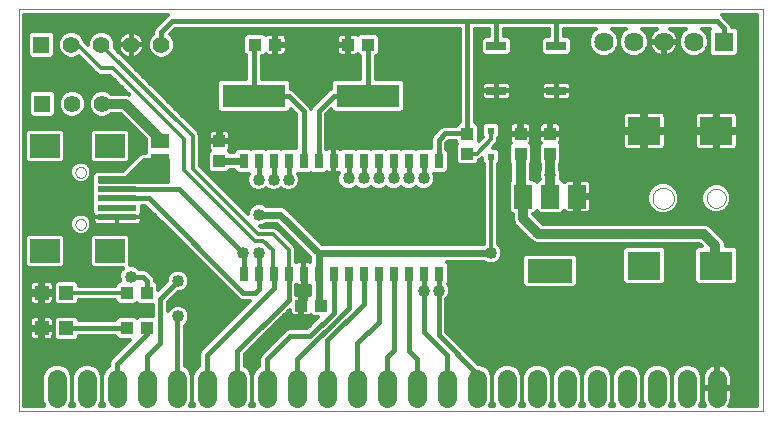
<source format=gtl>
G75*
G70*
%OFA0B0*%
%FSLAX24Y24*%
%IPPOS*%
%LPD*%
%AMOC8*
5,1,8,0,0,1.08239X$1,22.5*
%
%ADD10C,0.0000*%
%ADD11R,0.0640X0.0640*%
%ADD12C,0.0640*%
%ADD13R,0.0984X0.0787*%
%ADD14R,0.1299X0.0197*%
%ADD15R,0.2100X0.0760*%
%ADD16R,0.0433X0.0394*%
%ADD17R,0.0591X0.0787*%
%ADD18R,0.1496X0.0787*%
%ADD19R,0.0394X0.0433*%
%ADD20R,0.0591X0.0512*%
%ADD21R,0.1102X0.0945*%
%ADD22R,0.0650X0.0300*%
%ADD23R,0.0472X0.0472*%
%ADD24R,0.0300X0.0500*%
%ADD25R,0.0555X0.0555*%
%ADD26C,0.0555*%
%ADD27C,0.0640*%
%ADD28R,0.0236X0.0236*%
%ADD29C,0.0120*%
%ADD30C,0.0240*%
%ADD31C,0.0400*%
%ADD32C,0.0320*%
%ADD33C,0.0160*%
D10*
X000383Y000161D02*
X000383Y013547D01*
X025186Y013547D01*
X025186Y000161D01*
X000383Y000161D01*
X002273Y006382D02*
X002275Y006408D01*
X002281Y006434D01*
X002291Y006459D01*
X002304Y006482D01*
X002320Y006502D01*
X002340Y006520D01*
X002362Y006535D01*
X002385Y006547D01*
X002411Y006555D01*
X002437Y006559D01*
X002463Y006559D01*
X002489Y006555D01*
X002515Y006547D01*
X002539Y006535D01*
X002560Y006520D01*
X002580Y006502D01*
X002596Y006482D01*
X002609Y006459D01*
X002619Y006434D01*
X002625Y006408D01*
X002627Y006382D01*
X002625Y006356D01*
X002619Y006330D01*
X002609Y006305D01*
X002596Y006282D01*
X002580Y006262D01*
X002560Y006244D01*
X002538Y006229D01*
X002515Y006217D01*
X002489Y006209D01*
X002463Y006205D01*
X002437Y006205D01*
X002411Y006209D01*
X002385Y006217D01*
X002361Y006229D01*
X002340Y006244D01*
X002320Y006262D01*
X002304Y006282D01*
X002291Y006305D01*
X002281Y006330D01*
X002275Y006356D01*
X002273Y006382D01*
X002273Y008114D02*
X002275Y008140D01*
X002281Y008166D01*
X002291Y008191D01*
X002304Y008214D01*
X002320Y008234D01*
X002340Y008252D01*
X002362Y008267D01*
X002385Y008279D01*
X002411Y008287D01*
X002437Y008291D01*
X002463Y008291D01*
X002489Y008287D01*
X002515Y008279D01*
X002539Y008267D01*
X002560Y008252D01*
X002580Y008234D01*
X002596Y008214D01*
X002609Y008191D01*
X002619Y008166D01*
X002625Y008140D01*
X002627Y008114D01*
X002625Y008088D01*
X002619Y008062D01*
X002609Y008037D01*
X002596Y008014D01*
X002580Y007994D01*
X002560Y007976D01*
X002538Y007961D01*
X002515Y007949D01*
X002489Y007941D01*
X002463Y007937D01*
X002437Y007937D01*
X002411Y007941D01*
X002385Y007949D01*
X002361Y007961D01*
X002340Y007976D01*
X002320Y007994D01*
X002304Y008014D01*
X002291Y008037D01*
X002281Y008062D01*
X002275Y008088D01*
X002273Y008114D01*
X021514Y007248D02*
X021516Y007285D01*
X021522Y007322D01*
X021531Y007357D01*
X021545Y007392D01*
X021561Y007425D01*
X021582Y007456D01*
X021605Y007485D01*
X021631Y007511D01*
X021660Y007534D01*
X021691Y007555D01*
X021724Y007571D01*
X021759Y007585D01*
X021794Y007594D01*
X021831Y007600D01*
X021868Y007602D01*
X021905Y007600D01*
X021942Y007594D01*
X021977Y007585D01*
X022012Y007571D01*
X022045Y007555D01*
X022076Y007534D01*
X022105Y007511D01*
X022131Y007485D01*
X022154Y007456D01*
X022175Y007425D01*
X022191Y007392D01*
X022205Y007357D01*
X022214Y007322D01*
X022220Y007285D01*
X022222Y007248D01*
X022220Y007211D01*
X022214Y007174D01*
X022205Y007139D01*
X022191Y007104D01*
X022175Y007071D01*
X022154Y007040D01*
X022131Y007011D01*
X022105Y006985D01*
X022076Y006962D01*
X022045Y006941D01*
X022012Y006925D01*
X021977Y006911D01*
X021942Y006902D01*
X021905Y006896D01*
X021868Y006894D01*
X021831Y006896D01*
X021794Y006902D01*
X021759Y006911D01*
X021724Y006925D01*
X021691Y006941D01*
X021660Y006962D01*
X021631Y006985D01*
X021605Y007011D01*
X021582Y007040D01*
X021561Y007071D01*
X021545Y007104D01*
X021531Y007139D01*
X021522Y007174D01*
X021516Y007211D01*
X021514Y007248D01*
X023325Y007248D02*
X023327Y007283D01*
X023333Y007318D01*
X023343Y007352D01*
X023356Y007385D01*
X023373Y007416D01*
X023394Y007444D01*
X023417Y007471D01*
X023444Y007494D01*
X023472Y007515D01*
X023503Y007532D01*
X023536Y007545D01*
X023570Y007555D01*
X023605Y007561D01*
X023640Y007563D01*
X023675Y007561D01*
X023710Y007555D01*
X023744Y007545D01*
X023777Y007532D01*
X023808Y007515D01*
X023836Y007494D01*
X023863Y007471D01*
X023886Y007444D01*
X023907Y007416D01*
X023924Y007385D01*
X023937Y007352D01*
X023947Y007318D01*
X023953Y007283D01*
X023955Y007248D01*
X023953Y007213D01*
X023947Y007178D01*
X023937Y007144D01*
X023924Y007111D01*
X023907Y007080D01*
X023886Y007052D01*
X023863Y007025D01*
X023836Y007002D01*
X023808Y006981D01*
X023777Y006964D01*
X023744Y006951D01*
X023710Y006941D01*
X023675Y006935D01*
X023640Y006933D01*
X023605Y006935D01*
X023570Y006941D01*
X023536Y006951D01*
X023503Y006964D01*
X023472Y006981D01*
X023444Y007002D01*
X023417Y007025D01*
X023394Y007052D01*
X023373Y007080D01*
X023356Y007111D01*
X023343Y007144D01*
X023333Y007178D01*
X023327Y007213D01*
X023325Y007248D01*
D11*
X023889Y012464D03*
D12*
X022889Y012464D03*
X021889Y012464D03*
X020889Y012464D03*
X019889Y012464D03*
D13*
X003434Y009000D03*
X001269Y009000D03*
X001269Y005496D03*
X003434Y005496D03*
D14*
X003670Y006618D03*
X003670Y006933D03*
X003670Y007248D03*
X003670Y007563D03*
X003670Y007878D03*
D15*
X008233Y010659D03*
X012033Y010659D03*
D16*
X012037Y012366D03*
X011367Y012366D03*
X008936Y012366D03*
X008267Y012366D03*
X015344Y009403D03*
X015344Y008734D03*
X010468Y003672D03*
X009798Y003672D03*
D17*
X017194Y007307D03*
X018100Y007307D03*
X019005Y007307D03*
D18*
X018100Y004827D03*
D19*
X018100Y008734D03*
X017115Y008734D03*
X017115Y009403D03*
X018100Y009403D03*
X007076Y009157D03*
X007076Y008488D03*
X004655Y004098D03*
X003985Y004098D03*
X003985Y002917D03*
X004655Y002917D03*
D20*
X005107Y008488D03*
X005107Y009157D03*
D21*
X021239Y009492D03*
X023640Y009492D03*
X023640Y005004D03*
X021239Y005004D03*
D22*
X018312Y010829D03*
X016312Y010829D03*
X016312Y012329D03*
X018312Y012329D03*
D23*
X001977Y004098D03*
X001151Y004098D03*
X001151Y002917D03*
X001977Y002917D03*
D24*
X007883Y004739D03*
X008383Y004739D03*
X008883Y004739D03*
X009383Y004739D03*
X009883Y004739D03*
X010383Y004739D03*
X010883Y004739D03*
X011383Y004739D03*
X011883Y004739D03*
X012383Y004739D03*
X012883Y004739D03*
X013383Y004739D03*
X013883Y004739D03*
X014383Y004739D03*
X014383Y008503D03*
X013883Y008503D03*
X013383Y008503D03*
X012883Y008503D03*
X012383Y008503D03*
X011883Y008503D03*
X011383Y008503D03*
X010883Y008503D03*
X010383Y008503D03*
X009883Y008503D03*
X009383Y008503D03*
X008883Y008503D03*
X008383Y008503D03*
X007883Y008503D03*
D25*
X001170Y010397D03*
X001139Y012366D03*
D26*
X002139Y012366D03*
X003139Y012366D03*
X004139Y012366D03*
X005139Y012366D03*
X003170Y010397D03*
X002170Y010397D03*
D27*
X001670Y001240D02*
X001670Y000600D01*
X002670Y000600D02*
X002670Y001240D01*
X003670Y001240D02*
X003670Y000600D01*
X004670Y000600D02*
X004670Y001240D01*
X005670Y001240D02*
X005670Y000600D01*
X006670Y000600D02*
X006670Y001240D01*
X007670Y001240D02*
X007670Y000600D01*
X008670Y000600D02*
X008670Y001240D01*
X009670Y001240D02*
X009670Y000600D01*
X010670Y000600D02*
X010670Y001240D01*
X011670Y001240D02*
X011670Y000600D01*
X012670Y000600D02*
X012670Y001240D01*
X013670Y001240D02*
X013670Y000600D01*
X014670Y000600D02*
X014670Y001240D01*
X015670Y001240D02*
X015670Y000600D01*
X016670Y000600D02*
X016670Y001240D01*
X017670Y001240D02*
X017670Y000600D01*
X018670Y000600D02*
X018670Y001240D01*
X019670Y001240D02*
X019670Y000600D01*
X020670Y000600D02*
X020670Y001240D01*
X021670Y001240D02*
X021670Y000600D01*
X022670Y000600D02*
X022670Y001240D01*
X023670Y001240D02*
X023670Y000600D01*
D28*
X016131Y008636D03*
X016131Y009502D03*
D29*
X016131Y009216D01*
X015649Y008734D01*
X015344Y008734D01*
X014947Y008696D02*
X014713Y008696D01*
X014713Y008578D02*
X014947Y008578D01*
X014947Y008463D02*
X015053Y008357D01*
X015635Y008357D01*
X015740Y008463D01*
X015740Y008512D01*
X015785Y008531D01*
X015833Y008579D01*
X015833Y008443D01*
X015891Y008385D01*
X015891Y005727D01*
X010507Y005721D01*
X009421Y006807D01*
X009421Y006807D01*
X009337Y006892D01*
X009330Y006895D01*
X009264Y006961D01*
X009153Y007006D01*
X008642Y007006D01*
X008620Y007029D01*
X008480Y007086D01*
X008329Y007086D01*
X008189Y007029D01*
X008082Y006922D01*
X008025Y006782D01*
X008025Y006737D01*
X006430Y008332D01*
X006430Y009267D01*
X006430Y009363D01*
X006394Y009451D01*
X003588Y012256D01*
X003596Y012275D01*
X003596Y012457D01*
X003527Y012625D01*
X003398Y012754D01*
X003230Y012823D01*
X003048Y012823D01*
X002880Y012754D01*
X002751Y012625D01*
X002681Y012457D01*
X002681Y012375D01*
X002594Y012463D01*
X002527Y012625D01*
X002398Y012754D01*
X002230Y012823D01*
X002048Y012823D01*
X001880Y012754D01*
X001751Y012625D01*
X001681Y012457D01*
X001681Y012275D01*
X001751Y012107D01*
X001880Y011978D01*
X002048Y011909D01*
X002230Y011909D01*
X002398Y011978D01*
X002399Y011979D01*
X003003Y011375D01*
X003091Y011339D01*
X003187Y011339D01*
X003433Y011339D01*
X004063Y010709D01*
X003994Y010737D01*
X003477Y010737D01*
X003430Y010785D01*
X003261Y010855D01*
X003079Y010855D01*
X002911Y010785D01*
X002783Y010657D01*
X002713Y010488D01*
X002713Y010306D01*
X002783Y010138D01*
X002911Y010010D01*
X003079Y009940D01*
X003261Y009940D01*
X003430Y010010D01*
X003477Y010057D01*
X003786Y010057D01*
X004632Y009211D01*
X004632Y008827D01*
X004636Y008823D01*
X004632Y008818D01*
X004632Y008767D01*
X004518Y008767D01*
X004430Y008731D01*
X004363Y008663D01*
X003855Y008156D01*
X002946Y008156D01*
X002841Y008051D01*
X002841Y007705D01*
X002841Y007390D01*
X002841Y007106D01*
X002841Y006760D01*
X002861Y006739D01*
X002861Y006737D01*
X002861Y006618D01*
X003670Y006618D01*
X003670Y006618D01*
X002861Y006618D01*
X002861Y006498D01*
X002872Y006458D01*
X002893Y006421D01*
X002923Y006391D01*
X002959Y006370D01*
X003000Y006360D01*
X003670Y006360D01*
X003670Y006618D01*
X003671Y006618D01*
X004480Y006618D01*
X004480Y006737D01*
X004479Y006739D01*
X004500Y006760D01*
X004500Y006988D01*
X004606Y006988D01*
X007716Y003878D01*
X007812Y003838D01*
X007915Y003838D01*
X008102Y003838D01*
X006450Y002186D01*
X006410Y002090D01*
X006410Y001987D01*
X006410Y001674D01*
X006387Y001664D01*
X006246Y001524D01*
X006170Y001340D01*
X006094Y001524D01*
X005954Y001664D01*
X005930Y001674D01*
X005930Y003006D01*
X006020Y003096D01*
X006078Y003235D01*
X006078Y003386D01*
X006020Y003526D01*
X005913Y003633D01*
X005774Y003691D01*
X005622Y003691D01*
X005483Y003633D01*
X005376Y003526D01*
X005367Y003506D01*
X005367Y003794D01*
X005686Y004112D01*
X005774Y004112D01*
X005913Y004170D01*
X006020Y004277D01*
X006078Y004416D01*
X006078Y004568D01*
X006020Y004707D01*
X005913Y004814D01*
X005774Y004872D01*
X005622Y004872D01*
X005483Y004814D01*
X005376Y004707D01*
X005318Y004568D01*
X005318Y004480D01*
X005031Y004193D01*
X005031Y004389D01*
X004926Y004495D01*
X004924Y004495D01*
X004924Y004544D01*
X004885Y004639D01*
X004812Y004712D01*
X004664Y004860D01*
X004569Y004900D01*
X004465Y004900D01*
X004401Y004900D01*
X004338Y004962D01*
X004199Y005020D01*
X004098Y005020D01*
X004106Y005028D01*
X004106Y005964D01*
X004001Y006070D01*
X002867Y006070D01*
X002762Y005964D01*
X002762Y005028D01*
X002867Y004922D01*
X003868Y004922D01*
X003801Y004855D01*
X003743Y004715D01*
X003743Y004564D01*
X003772Y004495D01*
X003714Y004495D01*
X003609Y004389D01*
X003609Y004338D01*
X002394Y004338D01*
X002394Y004409D01*
X002288Y004514D01*
X001667Y004514D01*
X001561Y004409D01*
X001561Y003787D01*
X001667Y003682D01*
X002288Y003682D01*
X002394Y003787D01*
X002394Y003858D01*
X003609Y003858D01*
X003609Y003807D01*
X003714Y003702D01*
X004257Y003702D01*
X004320Y003765D01*
X004383Y003702D01*
X004847Y003702D01*
X004847Y003314D01*
X004383Y003314D01*
X004320Y003250D01*
X004257Y003314D01*
X003714Y003314D01*
X003609Y003208D01*
X003609Y003177D01*
X002394Y003177D01*
X002394Y003228D01*
X002288Y003333D01*
X001667Y003333D01*
X001561Y003228D01*
X001561Y002606D01*
X001667Y002501D01*
X002288Y002501D01*
X002394Y002606D01*
X002394Y002657D01*
X003609Y002657D01*
X003609Y002626D01*
X003714Y002521D01*
X004087Y002521D01*
X003450Y001883D01*
X003410Y001788D01*
X003410Y001684D01*
X003410Y001674D01*
X003387Y001664D01*
X003246Y001524D01*
X003170Y001340D01*
X003094Y001524D01*
X002954Y001664D01*
X002770Y001740D01*
X002571Y001740D01*
X002387Y001664D01*
X002246Y001524D01*
X002170Y001340D01*
X002094Y001524D01*
X001954Y001664D01*
X001770Y001740D01*
X001571Y001740D01*
X001387Y001664D01*
X001246Y001524D01*
X001170Y001340D01*
X001170Y000501D01*
X001237Y000341D01*
X000563Y000341D01*
X000563Y013367D01*
X005347Y013367D01*
X005281Y013301D01*
X004918Y012938D01*
X004879Y012843D01*
X004879Y012753D01*
X004751Y012625D01*
X004681Y012457D01*
X004681Y012275D01*
X004751Y012107D01*
X004880Y011978D01*
X005048Y011909D01*
X005230Y011909D01*
X005398Y011978D01*
X005527Y012107D01*
X005596Y012275D01*
X005596Y012457D01*
X005527Y012625D01*
X005434Y012718D01*
X005609Y012893D01*
X015084Y012893D01*
X015084Y009780D01*
X015053Y009780D01*
X014947Y009675D01*
X014947Y009673D01*
X014554Y009673D01*
X014458Y009634D01*
X014385Y009560D01*
X014163Y009338D01*
X014123Y009242D01*
X014123Y009139D01*
X014123Y008918D01*
X014108Y008933D01*
X013658Y008933D01*
X013633Y008908D01*
X013608Y008933D01*
X013158Y008933D01*
X013133Y008908D01*
X013108Y008933D01*
X012658Y008933D01*
X012633Y008908D01*
X012608Y008933D01*
X012158Y008933D01*
X012133Y008908D01*
X012108Y008933D01*
X011658Y008933D01*
X011633Y008908D01*
X011608Y008933D01*
X011158Y008933D01*
X011116Y008890D01*
X011095Y008902D01*
X011054Y008913D01*
X010898Y008913D01*
X010898Y008518D01*
X010868Y008518D01*
X010868Y008913D01*
X010712Y008913D01*
X010671Y008902D01*
X010650Y008890D01*
X010643Y008898D01*
X010643Y010051D01*
X010803Y010211D01*
X010803Y010204D01*
X010908Y010099D01*
X013158Y010099D01*
X013263Y010204D01*
X013263Y011113D01*
X013158Y011219D01*
X012293Y011219D01*
X012293Y011989D01*
X012328Y011989D01*
X012433Y012095D01*
X012433Y012637D01*
X012328Y012743D01*
X011745Y012743D01*
X011688Y012685D01*
X011682Y012691D01*
X011646Y012712D01*
X011605Y012723D01*
X011406Y012723D01*
X011406Y012405D01*
X011329Y012405D01*
X011329Y012723D01*
X011130Y012723D01*
X011089Y012712D01*
X011052Y012691D01*
X011023Y012661D01*
X011002Y012625D01*
X010991Y012584D01*
X010991Y012404D01*
X011329Y012404D01*
X011329Y012327D01*
X011406Y012327D01*
X011406Y012009D01*
X011605Y012009D01*
X011646Y012020D01*
X011682Y012041D01*
X011688Y012047D01*
X011745Y011989D01*
X011773Y011989D01*
X011773Y011219D01*
X010908Y011219D01*
X010803Y011113D01*
X010803Y010907D01*
X010736Y010879D01*
X010663Y010806D01*
X010163Y010306D01*
X010133Y010234D01*
X010103Y010306D01*
X009603Y010806D01*
X009530Y010879D01*
X009463Y010907D01*
X009463Y011113D01*
X009358Y011219D01*
X008493Y011219D01*
X008493Y011989D01*
X008558Y011989D01*
X008616Y012047D01*
X008621Y012041D01*
X008658Y012020D01*
X008699Y012009D01*
X008898Y012009D01*
X008898Y012327D01*
X008975Y012327D01*
X008975Y012404D01*
X009313Y012404D01*
X009313Y012584D01*
X009302Y012625D01*
X009281Y012661D01*
X009251Y012691D01*
X009214Y012712D01*
X009174Y012723D01*
X008975Y012723D01*
X008975Y012405D01*
X008898Y012405D01*
X008898Y012723D01*
X008699Y012723D01*
X008658Y012712D01*
X008621Y012691D01*
X008616Y012685D01*
X008558Y012743D01*
X007976Y012743D01*
X007870Y012637D01*
X007870Y012095D01*
X007973Y011992D01*
X007973Y011219D01*
X007108Y011219D01*
X007003Y011113D01*
X007003Y010204D01*
X007108Y010099D01*
X009358Y010099D01*
X009463Y010204D01*
X009463Y010211D01*
X009623Y010051D01*
X009623Y008918D01*
X009608Y008933D01*
X009158Y008933D01*
X009133Y008908D01*
X009108Y008933D01*
X008658Y008933D01*
X008633Y008908D01*
X008608Y008933D01*
X008158Y008933D01*
X008133Y008908D01*
X008108Y008933D01*
X007658Y008933D01*
X007553Y008828D01*
X007553Y008788D01*
X007444Y008788D01*
X007395Y008837D01*
X007401Y008843D01*
X007422Y008879D01*
X007433Y008920D01*
X007433Y009119D01*
X007115Y009119D01*
X007115Y009196D01*
X007433Y009196D01*
X007433Y009395D01*
X007422Y009436D01*
X007401Y009472D01*
X007371Y009502D01*
X007334Y009523D01*
X007294Y009534D01*
X007114Y009534D01*
X007114Y009196D01*
X007037Y009196D01*
X007037Y009119D01*
X006719Y009119D01*
X006719Y008920D01*
X006730Y008879D01*
X006751Y008843D01*
X006757Y008837D01*
X006699Y008779D01*
X006699Y008197D01*
X006804Y008091D01*
X007347Y008091D01*
X007444Y008188D01*
X007553Y008188D01*
X007553Y008179D01*
X007658Y008073D01*
X008055Y008073D01*
X008003Y007947D01*
X008003Y007796D01*
X008061Y007656D01*
X008168Y007549D01*
X008307Y007491D01*
X008459Y007491D01*
X008598Y007549D01*
X008633Y007584D01*
X008668Y007549D01*
X008807Y007491D01*
X008959Y007491D01*
X009098Y007549D01*
X009133Y007584D01*
X009168Y007549D01*
X009307Y007491D01*
X009459Y007491D01*
X009598Y007549D01*
X009705Y007656D01*
X009763Y007796D01*
X009763Y007947D01*
X009711Y008073D01*
X010108Y008073D01*
X010133Y008099D01*
X010158Y008073D01*
X010608Y008073D01*
X010650Y008116D01*
X010671Y008104D01*
X010712Y008093D01*
X010868Y008093D01*
X010868Y008488D01*
X010898Y008488D01*
X010898Y008093D01*
X011047Y008093D01*
X011003Y007987D01*
X011003Y007836D01*
X011061Y007696D01*
X011168Y007589D01*
X011307Y007531D01*
X011459Y007531D01*
X011598Y007589D01*
X011633Y007624D01*
X011668Y007589D01*
X011807Y007531D01*
X011959Y007531D01*
X012098Y007589D01*
X012133Y007624D01*
X012168Y007589D01*
X012307Y007531D01*
X012459Y007531D01*
X012598Y007589D01*
X012633Y007624D01*
X012668Y007589D01*
X012807Y007531D01*
X012959Y007531D01*
X013098Y007589D01*
X013133Y007624D01*
X013168Y007589D01*
X013307Y007531D01*
X013459Y007531D01*
X013598Y007589D01*
X013633Y007624D01*
X013668Y007589D01*
X013807Y007531D01*
X013959Y007531D01*
X014098Y007589D01*
X014205Y007696D01*
X014263Y007836D01*
X014263Y007987D01*
X014227Y008073D01*
X014608Y008073D01*
X014713Y008179D01*
X014713Y008828D01*
X014643Y008898D01*
X014643Y009083D01*
X014713Y009153D01*
X014947Y009153D01*
X014947Y009132D01*
X015010Y009069D01*
X014947Y009005D01*
X014947Y008463D01*
X014950Y008459D02*
X014713Y008459D01*
X014713Y008341D02*
X015891Y008341D01*
X015891Y008222D02*
X014713Y008222D01*
X014638Y008104D02*
X015891Y008104D01*
X015891Y007985D02*
X014263Y007985D01*
X014263Y007867D02*
X015891Y007867D01*
X015891Y007748D02*
X014227Y007748D01*
X014139Y007629D02*
X015891Y007629D01*
X015891Y007511D02*
X009506Y007511D01*
X009679Y007629D02*
X011127Y007629D01*
X011039Y007748D02*
X009743Y007748D01*
X009763Y007867D02*
X011003Y007867D01*
X011003Y007985D02*
X009747Y007985D01*
X009260Y007511D02*
X009006Y007511D01*
X008760Y007511D02*
X008506Y007511D01*
X008260Y007511D02*
X007251Y007511D01*
X007369Y007392D02*
X015891Y007392D01*
X015891Y007274D02*
X007488Y007274D01*
X007606Y007155D02*
X015891Y007155D01*
X015891Y007037D02*
X008600Y007037D01*
X008209Y007037D02*
X007725Y007037D01*
X007843Y006918D02*
X008081Y006918D01*
X008032Y006800D02*
X007962Y006800D01*
X008435Y006327D02*
X008480Y006327D01*
X008620Y006384D01*
X008642Y006407D01*
X008969Y006407D01*
X008993Y006383D01*
X009000Y006380D01*
X010083Y005297D01*
X010083Y005142D01*
X010054Y005149D01*
X009898Y005149D01*
X009898Y004755D01*
X009868Y004755D01*
X009868Y005149D01*
X009712Y005149D01*
X009671Y005138D01*
X009650Y005126D01*
X009633Y005144D01*
X009633Y005474D01*
X009633Y005569D01*
X009596Y005657D01*
X008983Y006270D01*
X008895Y006307D01*
X008800Y006307D01*
X008455Y006307D01*
X008435Y006327D01*
X008436Y006326D02*
X009054Y006326D01*
X009047Y006207D02*
X009173Y006207D01*
X009165Y006088D02*
X009292Y006088D01*
X009284Y005970D02*
X009410Y005970D01*
X009402Y005851D02*
X009529Y005851D01*
X009521Y005733D02*
X009647Y005733D01*
X009614Y005614D02*
X009766Y005614D01*
X009884Y005496D02*
X009633Y005496D01*
X009633Y005377D02*
X010003Y005377D01*
X010083Y005259D02*
X009633Y005259D01*
X009637Y005140D02*
X009677Y005140D01*
X009868Y005140D02*
X009898Y005140D01*
X009898Y005022D02*
X009868Y005022D01*
X009868Y004903D02*
X009898Y004903D01*
X009898Y004784D02*
X009868Y004784D01*
X009868Y004724D02*
X009898Y004724D01*
X009898Y004329D01*
X010054Y004329D01*
X010083Y004337D01*
X010083Y004014D01*
X010077Y004018D01*
X010036Y004029D01*
X009837Y004029D01*
X009837Y003711D01*
X009760Y003711D01*
X009760Y004029D01*
X009643Y004029D01*
X009643Y004345D01*
X009650Y004352D01*
X009671Y004340D01*
X009712Y004329D01*
X009868Y004329D01*
X009868Y004724D01*
X009868Y004666D02*
X009898Y004666D01*
X009898Y004547D02*
X009868Y004547D01*
X009868Y004429D02*
X009898Y004429D01*
X010083Y004310D02*
X009643Y004310D01*
X009643Y004192D02*
X010083Y004192D01*
X010083Y004073D02*
X009643Y004073D01*
X009760Y003955D02*
X009837Y003955D01*
X009837Y003836D02*
X009760Y003836D01*
X009760Y003718D02*
X009837Y003718D01*
X009837Y003633D02*
X009760Y003633D01*
X009760Y003315D01*
X009561Y003315D01*
X009520Y003326D01*
X009484Y003347D01*
X009454Y003377D01*
X009433Y003413D01*
X009422Y003454D01*
X009422Y003542D01*
X007930Y002051D01*
X007930Y001674D01*
X007954Y001664D01*
X008094Y001524D01*
X008170Y001340D01*
X008170Y000501D01*
X008104Y000341D01*
X008237Y000341D01*
X008170Y000501D01*
X008170Y001340D01*
X008246Y001524D01*
X008387Y001664D01*
X008410Y001674D01*
X008410Y001832D01*
X008410Y001935D01*
X008450Y002031D01*
X009218Y002798D01*
X009218Y002799D01*
X009291Y002872D01*
X009386Y002911D01*
X009985Y002911D01*
X010369Y003295D01*
X010177Y003295D01*
X010119Y003353D01*
X010113Y003347D01*
X010077Y003326D01*
X010036Y003315D01*
X009837Y003315D01*
X009837Y003633D01*
X009837Y003599D02*
X009760Y003599D01*
X009760Y003480D02*
X009837Y003480D01*
X009837Y003362D02*
X009760Y003362D01*
X009469Y003362D02*
X009241Y003362D01*
X009123Y003243D02*
X010317Y003243D01*
X010199Y003125D02*
X009004Y003125D01*
X008886Y003006D02*
X010080Y003006D01*
X009330Y002888D02*
X008767Y002888D01*
X008649Y002769D02*
X009188Y002769D01*
X009070Y002651D02*
X008530Y002651D01*
X008411Y002532D02*
X008951Y002532D01*
X008833Y002414D02*
X008293Y002414D01*
X008174Y002295D02*
X008714Y002295D01*
X008596Y002176D02*
X008056Y002176D01*
X007937Y002058D02*
X008477Y002058D01*
X008412Y001939D02*
X007930Y001939D01*
X007930Y001821D02*
X008410Y001821D01*
X008410Y001702D02*
X007930Y001702D01*
X008034Y001584D02*
X008307Y001584D01*
X008222Y001465D02*
X008118Y001465D01*
X008168Y001347D02*
X008173Y001347D01*
X008170Y001228D02*
X008170Y001228D01*
X008170Y001110D02*
X008170Y001110D01*
X008170Y000991D02*
X008170Y000991D01*
X008170Y000873D02*
X008170Y000873D01*
X008170Y000754D02*
X008170Y000754D01*
X008170Y000635D02*
X008170Y000635D01*
X008170Y000517D02*
X008170Y000517D01*
X008128Y000398D02*
X008213Y000398D01*
X006237Y000341D02*
X006104Y000341D01*
X006170Y000501D01*
X006170Y001340D01*
X006170Y000501D01*
X006237Y000341D01*
X006213Y000398D02*
X006128Y000398D01*
X006170Y000517D02*
X006170Y000517D01*
X006170Y000635D02*
X006170Y000635D01*
X006170Y000754D02*
X006170Y000754D01*
X006170Y000873D02*
X006170Y000873D01*
X006170Y000991D02*
X006170Y000991D01*
X006170Y001110D02*
X006170Y001110D01*
X006170Y001228D02*
X006170Y001228D01*
X006168Y001347D02*
X006173Y001347D01*
X006222Y001465D02*
X006118Y001465D01*
X006034Y001584D02*
X006307Y001584D01*
X006410Y001702D02*
X005930Y001702D01*
X005930Y001821D02*
X006410Y001821D01*
X006410Y001939D02*
X005930Y001939D01*
X005930Y002058D02*
X006410Y002058D01*
X006446Y002176D02*
X005930Y002176D01*
X005930Y002295D02*
X006559Y002295D01*
X006678Y002414D02*
X005930Y002414D01*
X005930Y002532D02*
X006796Y002532D01*
X006915Y002651D02*
X005930Y002651D01*
X005930Y002769D02*
X007033Y002769D01*
X007152Y002888D02*
X005930Y002888D01*
X005931Y003006D02*
X007270Y003006D01*
X007389Y003125D02*
X006032Y003125D01*
X006078Y003243D02*
X007507Y003243D01*
X007626Y003362D02*
X006078Y003362D01*
X006039Y003480D02*
X007745Y003480D01*
X007863Y003599D02*
X005947Y003599D01*
X005449Y003599D02*
X005367Y003599D01*
X005367Y003718D02*
X007982Y003718D01*
X008100Y003836D02*
X005410Y003836D01*
X005528Y003955D02*
X007639Y003955D01*
X007521Y004073D02*
X005647Y004073D01*
X005935Y004192D02*
X007402Y004192D01*
X007284Y004310D02*
X006034Y004310D01*
X006078Y004429D02*
X007165Y004429D01*
X007046Y004547D02*
X006078Y004547D01*
X006037Y004666D02*
X006928Y004666D01*
X006809Y004784D02*
X005943Y004784D01*
X005453Y004784D02*
X004740Y004784D01*
X004858Y004666D02*
X005359Y004666D01*
X005318Y004547D02*
X004923Y004547D01*
X004992Y004429D02*
X005267Y004429D01*
X005149Y004310D02*
X005031Y004310D01*
X004397Y004903D02*
X006691Y004903D01*
X006572Y005022D02*
X004100Y005022D01*
X004106Y005140D02*
X006454Y005140D01*
X006335Y005259D02*
X004106Y005259D01*
X004106Y005377D02*
X006217Y005377D01*
X006098Y005496D02*
X004106Y005496D01*
X004106Y005614D02*
X005980Y005614D01*
X005861Y005733D02*
X004106Y005733D01*
X004106Y005851D02*
X005743Y005851D01*
X005624Y005970D02*
X004101Y005970D01*
X004341Y006360D02*
X003671Y006360D01*
X003671Y006618D01*
X003671Y006618D01*
X004480Y006618D01*
X004480Y006498D01*
X004469Y006458D01*
X004448Y006421D01*
X004418Y006391D01*
X004382Y006370D01*
X004341Y006360D01*
X004461Y006444D02*
X005150Y006444D01*
X005268Y006326D02*
X002807Y006326D01*
X002807Y006311D02*
X002753Y006179D01*
X002652Y006079D01*
X002521Y006025D01*
X002379Y006025D01*
X002248Y006079D01*
X002147Y006179D01*
X002093Y006311D01*
X002093Y006453D01*
X002147Y006584D01*
X002248Y006684D01*
X002379Y006739D01*
X002521Y006739D01*
X002652Y006684D01*
X002753Y006584D01*
X002807Y006453D01*
X002807Y006311D01*
X002764Y006207D02*
X005387Y006207D01*
X005505Y006088D02*
X002662Y006088D01*
X002768Y005970D02*
X001935Y005970D01*
X001941Y005964D02*
X001835Y006070D01*
X000702Y006070D01*
X000597Y005964D01*
X000597Y005028D01*
X000702Y004922D01*
X001835Y004922D01*
X001941Y005028D01*
X001941Y005964D01*
X001941Y005851D02*
X002762Y005851D01*
X002762Y005733D02*
X001941Y005733D01*
X001941Y005614D02*
X002762Y005614D01*
X002762Y005496D02*
X001941Y005496D01*
X001941Y005377D02*
X002762Y005377D01*
X002762Y005259D02*
X001941Y005259D01*
X001941Y005140D02*
X002762Y005140D01*
X002768Y005022D02*
X001935Y005022D01*
X001581Y004429D02*
X001517Y004429D01*
X001515Y004433D02*
X001485Y004462D01*
X001449Y004484D01*
X001408Y004494D01*
X001209Y004494D01*
X001209Y004157D01*
X001093Y004157D01*
X001093Y004494D01*
X000893Y004494D01*
X000853Y004484D01*
X000816Y004462D01*
X000786Y004433D01*
X000765Y004396D01*
X000754Y004356D01*
X000754Y004156D01*
X001092Y004156D01*
X001092Y004040D01*
X000754Y004040D01*
X000754Y003841D01*
X000765Y003800D01*
X000786Y003764D01*
X000816Y003734D01*
X000853Y003713D01*
X000893Y003702D01*
X001093Y003702D01*
X001093Y004040D01*
X001209Y004040D01*
X001209Y004156D01*
X001547Y004156D01*
X001547Y004356D01*
X001536Y004396D01*
X001515Y004433D01*
X001547Y004310D02*
X001561Y004310D01*
X001547Y004192D02*
X001561Y004192D01*
X001561Y004073D02*
X001209Y004073D01*
X001209Y004040D02*
X001547Y004040D01*
X001547Y003841D01*
X001536Y003800D01*
X001515Y003764D01*
X001485Y003734D01*
X001449Y003713D01*
X001408Y003702D01*
X001209Y003702D01*
X001209Y004040D01*
X001209Y003955D02*
X001093Y003955D01*
X001092Y004073D02*
X000563Y004073D01*
X000563Y003955D02*
X000754Y003955D01*
X000756Y003836D02*
X000563Y003836D01*
X000563Y003718D02*
X000845Y003718D01*
X001093Y003718D02*
X001209Y003718D01*
X001209Y003836D02*
X001093Y003836D01*
X001457Y003718D02*
X001631Y003718D01*
X001561Y003836D02*
X001546Y003836D01*
X001547Y003955D02*
X001561Y003955D01*
X001977Y004098D02*
X003985Y004098D01*
X003609Y003836D02*
X002394Y003836D01*
X002324Y003718D02*
X003698Y003718D01*
X004273Y003718D02*
X004367Y003718D01*
X004847Y003599D02*
X000563Y003599D01*
X000563Y003480D02*
X004847Y003480D01*
X004847Y003362D02*
X000563Y003362D01*
X000563Y003243D02*
X000782Y003243D01*
X000786Y003252D02*
X000765Y003215D01*
X000754Y003174D01*
X000754Y002975D01*
X001092Y002975D01*
X001092Y002859D01*
X000754Y002859D01*
X000754Y002660D01*
X000765Y002619D01*
X000786Y002583D01*
X000816Y002553D01*
X000853Y002532D01*
X000893Y002521D01*
X001093Y002521D01*
X001093Y002859D01*
X001209Y002859D01*
X001209Y002975D01*
X001547Y002975D01*
X001547Y003174D01*
X001536Y003215D01*
X001515Y003252D01*
X001485Y003281D01*
X001449Y003302D01*
X001408Y003313D01*
X001209Y003313D01*
X001209Y002976D01*
X001093Y002976D01*
X001093Y003313D01*
X000893Y003313D01*
X000853Y003302D01*
X000816Y003281D01*
X000786Y003252D01*
X000754Y003125D02*
X000563Y003125D01*
X000563Y003006D02*
X000754Y003006D01*
X000563Y002888D02*
X001092Y002888D01*
X001209Y002888D02*
X001561Y002888D01*
X001547Y002859D02*
X001209Y002859D01*
X001209Y002521D01*
X001408Y002521D01*
X001449Y002532D01*
X001636Y002532D01*
X001515Y002583D02*
X001536Y002619D01*
X001547Y002660D01*
X001547Y002859D01*
X001547Y002769D02*
X001561Y002769D01*
X001561Y002651D02*
X001544Y002651D01*
X001515Y002583D02*
X001485Y002553D01*
X001449Y002532D01*
X001209Y002532D02*
X001093Y002532D01*
X001093Y002651D02*
X001209Y002651D01*
X001209Y002769D02*
X001093Y002769D01*
X001093Y003006D02*
X001209Y003006D01*
X001209Y003125D02*
X001093Y003125D01*
X001093Y003243D02*
X001209Y003243D01*
X001520Y003243D02*
X001577Y003243D01*
X001561Y003125D02*
X001547Y003125D01*
X001547Y003006D02*
X001561Y003006D01*
X002378Y003243D02*
X003644Y003243D01*
X003609Y002651D02*
X002394Y002651D01*
X002319Y002532D02*
X003702Y002532D01*
X003980Y002414D02*
X000563Y002414D01*
X000563Y002532D02*
X000852Y002532D01*
X000757Y002651D02*
X000563Y002651D01*
X000563Y002769D02*
X000754Y002769D01*
X000563Y002295D02*
X003862Y002295D01*
X003743Y002176D02*
X000563Y002176D01*
X000563Y002058D02*
X003625Y002058D01*
X003506Y001939D02*
X000563Y001939D01*
X000563Y001821D02*
X003424Y001821D01*
X003410Y001702D02*
X002862Y001702D01*
X003034Y001584D02*
X003307Y001584D01*
X003222Y001465D02*
X003118Y001465D01*
X003168Y001347D02*
X003173Y001347D01*
X003170Y001340D02*
X003170Y000501D01*
X003170Y001340D01*
X003170Y001228D02*
X003170Y001228D01*
X003170Y001110D02*
X003170Y001110D01*
X003170Y000991D02*
X003170Y000991D01*
X003170Y000873D02*
X003170Y000873D01*
X003170Y000754D02*
X003170Y000754D01*
X003170Y000635D02*
X003170Y000635D01*
X003170Y000517D02*
X003170Y000517D01*
X003170Y000501D02*
X003104Y000341D01*
X003237Y000341D01*
X003170Y000501D01*
X003128Y000398D02*
X003213Y000398D01*
X002237Y000341D02*
X002104Y000341D01*
X002170Y000501D01*
X002170Y001340D01*
X002170Y000501D01*
X002237Y000341D01*
X002213Y000398D02*
X002128Y000398D01*
X002170Y000517D02*
X002170Y000517D01*
X002170Y000635D02*
X002170Y000635D01*
X002170Y000754D02*
X002170Y000754D01*
X002170Y000873D02*
X002170Y000873D01*
X002170Y000991D02*
X002170Y000991D01*
X002170Y001110D02*
X002170Y001110D01*
X002170Y001228D02*
X002170Y001228D01*
X002168Y001347D02*
X002173Y001347D01*
X002222Y001465D02*
X002118Y001465D01*
X002034Y001584D02*
X002307Y001584D01*
X002479Y001702D02*
X001862Y001702D01*
X001479Y001702D02*
X000563Y001702D01*
X000563Y001584D02*
X001307Y001584D01*
X001222Y001465D02*
X000563Y001465D01*
X000563Y001347D02*
X001173Y001347D01*
X001170Y001228D02*
X000563Y001228D01*
X000563Y001110D02*
X001170Y001110D01*
X001170Y000991D02*
X000563Y000991D01*
X000563Y000873D02*
X001170Y000873D01*
X001170Y000754D02*
X000563Y000754D01*
X000563Y000635D02*
X001170Y000635D01*
X001170Y000517D02*
X000563Y000517D01*
X000563Y000398D02*
X001213Y000398D01*
X001209Y004192D02*
X001093Y004192D01*
X001093Y004310D02*
X001209Y004310D01*
X001209Y004429D02*
X001093Y004429D01*
X000784Y004429D02*
X000563Y004429D01*
X000563Y004547D02*
X003750Y004547D01*
X003743Y004666D02*
X000563Y004666D01*
X000563Y004784D02*
X003772Y004784D01*
X003849Y004903D02*
X000563Y004903D01*
X000563Y005022D02*
X000603Y005022D01*
X000597Y005140D02*
X000563Y005140D01*
X000563Y005259D02*
X000597Y005259D01*
X000597Y005377D02*
X000563Y005377D01*
X000563Y005496D02*
X000597Y005496D01*
X000597Y005614D02*
X000563Y005614D01*
X000563Y005733D02*
X000597Y005733D01*
X000597Y005851D02*
X000563Y005851D01*
X000563Y005970D02*
X000602Y005970D01*
X000563Y006088D02*
X002238Y006088D01*
X002136Y006207D02*
X000563Y006207D01*
X000563Y006326D02*
X002093Y006326D01*
X002093Y006444D02*
X000563Y006444D01*
X000563Y006563D02*
X002138Y006563D01*
X002244Y006681D02*
X000563Y006681D01*
X000563Y006800D02*
X002841Y006800D01*
X002841Y006918D02*
X000563Y006918D01*
X000563Y007037D02*
X002841Y007037D01*
X002841Y007155D02*
X000563Y007155D01*
X000563Y007274D02*
X002841Y007274D01*
X002841Y007392D02*
X000563Y007392D01*
X000563Y007511D02*
X002841Y007511D01*
X002841Y007629D02*
X000563Y007629D01*
X000563Y007748D02*
X002841Y007748D01*
X002841Y007867D02*
X002708Y007867D01*
X002753Y007912D02*
X002807Y008043D01*
X002807Y008185D01*
X002753Y008316D01*
X002652Y008417D01*
X002521Y008471D01*
X002379Y008471D01*
X002248Y008417D01*
X002147Y008316D01*
X002093Y008185D01*
X002093Y008043D01*
X002147Y007912D01*
X002248Y007811D01*
X002379Y007757D01*
X002521Y007757D01*
X002652Y007811D01*
X002753Y007912D01*
X002783Y007985D02*
X002841Y007985D01*
X002807Y008104D02*
X002894Y008104D01*
X002792Y008222D02*
X003921Y008222D01*
X004040Y008341D02*
X002728Y008341D01*
X002834Y008459D02*
X002550Y008459D01*
X002350Y008459D02*
X001869Y008459D01*
X001835Y008426D02*
X001941Y008532D01*
X001941Y009468D01*
X001835Y009574D01*
X000702Y009574D01*
X000597Y009468D01*
X000597Y008532D01*
X000702Y008426D01*
X001835Y008426D01*
X001941Y008578D02*
X002762Y008578D01*
X002762Y008532D02*
X002867Y008426D01*
X004001Y008426D01*
X004106Y008532D01*
X004106Y009468D01*
X004001Y009574D01*
X002867Y009574D01*
X002762Y009468D01*
X002762Y008532D01*
X002762Y008696D02*
X001941Y008696D01*
X001941Y008815D02*
X002762Y008815D01*
X002762Y008933D02*
X001941Y008933D01*
X001941Y009052D02*
X002762Y009052D01*
X002762Y009171D02*
X001941Y009171D01*
X001941Y009289D02*
X002762Y009289D01*
X002762Y009408D02*
X001941Y009408D01*
X001883Y009526D02*
X002820Y009526D01*
X002934Y010000D02*
X002407Y010000D01*
X002430Y010010D02*
X002558Y010138D01*
X002628Y010306D01*
X002628Y010488D01*
X002558Y010657D01*
X002430Y010785D01*
X002261Y010855D01*
X002079Y010855D01*
X001911Y010785D01*
X001783Y010657D01*
X001713Y010488D01*
X001713Y010306D01*
X001783Y010138D01*
X001911Y010010D01*
X002079Y009940D01*
X002261Y009940D01*
X002430Y010010D01*
X002539Y010119D02*
X002802Y010119D01*
X002741Y010237D02*
X002599Y010237D01*
X002628Y010356D02*
X002713Y010356D01*
X002713Y010475D02*
X002628Y010475D01*
X002585Y010593D02*
X002756Y010593D01*
X002838Y010712D02*
X002503Y010712D01*
X002321Y010830D02*
X003020Y010830D01*
X003321Y010830D02*
X003942Y010830D01*
X004056Y010712D02*
X004060Y010712D01*
X003823Y010949D02*
X000563Y010949D01*
X000563Y011067D02*
X003704Y011067D01*
X003586Y011186D02*
X000563Y011186D01*
X000563Y011304D02*
X003467Y011304D01*
X003533Y011579D02*
X003139Y011579D01*
X002351Y012366D01*
X002139Y012366D01*
X002534Y012608D02*
X002744Y012608D01*
X002695Y012490D02*
X002583Y012490D01*
X002425Y012727D02*
X002853Y012727D01*
X003139Y012366D02*
X006190Y009315D01*
X006190Y008232D01*
X008355Y006067D01*
X008847Y006067D01*
X009393Y005521D01*
X009393Y004749D01*
X009383Y004739D01*
X008883Y004739D02*
X008853Y004769D01*
X008853Y005511D01*
X008543Y005821D01*
X008257Y005821D01*
X005895Y008183D01*
X005895Y009216D01*
X003533Y011579D01*
X003947Y011897D02*
X007973Y011897D01*
X007973Y011779D02*
X004066Y011779D01*
X004104Y011929D02*
X004120Y011929D01*
X004120Y012347D01*
X004158Y012347D01*
X004158Y012385D01*
X004576Y012385D01*
X004576Y012400D01*
X004566Y012468D01*
X004544Y012534D01*
X004513Y012595D01*
X004473Y012651D01*
X004424Y012700D01*
X004368Y012740D01*
X004307Y012771D01*
X004241Y012793D01*
X004173Y012803D01*
X004158Y012803D01*
X004158Y012385D01*
X004120Y012385D01*
X004120Y012803D01*
X004104Y012803D01*
X004036Y012793D01*
X003971Y012771D01*
X003910Y012740D01*
X003854Y012700D01*
X003805Y012651D01*
X003765Y012595D01*
X003733Y012534D01*
X003712Y012468D01*
X003701Y012400D01*
X003701Y012385D01*
X004120Y012385D01*
X004120Y012347D01*
X003701Y012347D01*
X003701Y012332D01*
X003712Y012264D01*
X003733Y012198D01*
X003765Y012137D01*
X003805Y012081D01*
X003854Y012032D01*
X003910Y011992D01*
X003971Y011961D01*
X004036Y011939D01*
X004104Y011929D01*
X004158Y011929D02*
X004173Y011929D01*
X004241Y011939D01*
X004307Y011961D01*
X004368Y011992D01*
X004424Y012032D01*
X004473Y012081D01*
X004513Y012137D01*
X004544Y012198D01*
X004566Y012264D01*
X004576Y012332D01*
X004576Y012347D01*
X004158Y012347D01*
X004158Y011929D01*
X004158Y012016D02*
X004120Y012016D01*
X004120Y012134D02*
X004158Y012134D01*
X004158Y012253D02*
X004120Y012253D01*
X004120Y012371D02*
X003596Y012371D01*
X003592Y012253D02*
X003716Y012253D01*
X003710Y012134D02*
X003767Y012134D01*
X003829Y012016D02*
X003877Y012016D01*
X004184Y011660D02*
X007973Y011660D01*
X007973Y011541D02*
X004303Y011541D01*
X004421Y011423D02*
X007973Y011423D01*
X007973Y011304D02*
X004540Y011304D01*
X004658Y011186D02*
X007076Y011186D01*
X007003Y011067D02*
X004777Y011067D01*
X004896Y010949D02*
X007003Y010949D01*
X007003Y010830D02*
X005014Y010830D01*
X005133Y010712D02*
X007003Y010712D01*
X007003Y010593D02*
X005251Y010593D01*
X005370Y010475D02*
X007003Y010475D01*
X007003Y010356D02*
X005488Y010356D01*
X005607Y010237D02*
X007003Y010237D01*
X007088Y010119D02*
X005725Y010119D01*
X005844Y010000D02*
X009623Y010000D01*
X009623Y009882D02*
X005962Y009882D01*
X006081Y009763D02*
X009623Y009763D01*
X009623Y009645D02*
X006200Y009645D01*
X006318Y009526D02*
X006829Y009526D01*
X006817Y009523D02*
X006781Y009502D01*
X006751Y009472D01*
X006730Y009436D01*
X006719Y009395D01*
X006719Y009196D01*
X007037Y009196D01*
X007037Y009534D01*
X006858Y009534D01*
X006817Y009523D01*
X006722Y009408D02*
X006411Y009408D01*
X006430Y009289D02*
X006719Y009289D01*
X006430Y009171D02*
X007037Y009171D01*
X007115Y009171D02*
X009623Y009171D01*
X009623Y009289D02*
X007433Y009289D01*
X007429Y009408D02*
X009623Y009408D01*
X009623Y009526D02*
X007322Y009526D01*
X007114Y009526D02*
X007037Y009526D01*
X007037Y009408D02*
X007114Y009408D01*
X007114Y009289D02*
X007037Y009289D01*
X006719Y009052D02*
X006430Y009052D01*
X006430Y008933D02*
X006719Y008933D01*
X006735Y008815D02*
X006430Y008815D01*
X006430Y008696D02*
X006699Y008696D01*
X006699Y008578D02*
X006430Y008578D01*
X006430Y008459D02*
X006699Y008459D01*
X006699Y008341D02*
X006430Y008341D01*
X006539Y008222D02*
X006699Y008222D01*
X006658Y008104D02*
X006792Y008104D01*
X006776Y007985D02*
X008019Y007985D01*
X008003Y007867D02*
X006895Y007867D01*
X007014Y007748D02*
X008023Y007748D01*
X008087Y007629D02*
X007132Y007629D01*
X007359Y008104D02*
X007628Y008104D01*
X007553Y008815D02*
X007417Y008815D01*
X007433Y008933D02*
X009623Y008933D01*
X009623Y009052D02*
X007433Y009052D01*
X005353Y008527D02*
X005353Y007783D01*
X004396Y007783D01*
X004378Y007801D01*
X003090Y007801D01*
X003090Y007888D01*
X003926Y007888D01*
X004566Y008527D01*
X005353Y008527D01*
X005353Y008459D02*
X004498Y008459D01*
X004379Y008341D02*
X005353Y008341D01*
X005353Y008222D02*
X004261Y008222D01*
X004142Y008104D02*
X005353Y008104D01*
X005353Y007985D02*
X004024Y007985D01*
X004034Y008459D02*
X004159Y008459D01*
X004106Y008578D02*
X004277Y008578D01*
X004396Y008696D02*
X004106Y008696D01*
X004106Y008815D02*
X004632Y008815D01*
X004632Y008933D02*
X004106Y008933D01*
X004106Y009052D02*
X004632Y009052D01*
X004632Y009171D02*
X004106Y009171D01*
X004106Y009289D02*
X004554Y009289D01*
X004435Y009408D02*
X004106Y009408D01*
X004048Y009526D02*
X004317Y009526D01*
X004198Y009645D02*
X000563Y009645D01*
X000563Y009763D02*
X004080Y009763D01*
X003961Y009882D02*
X000563Y009882D01*
X000563Y010000D02*
X000758Y010000D01*
X000713Y010045D02*
X000818Y009940D01*
X001522Y009940D01*
X001628Y010045D01*
X001628Y010749D01*
X001522Y010855D01*
X000818Y010855D01*
X000713Y010749D01*
X000713Y010045D01*
X000713Y010119D02*
X000563Y010119D01*
X000563Y010237D02*
X000713Y010237D01*
X000713Y010356D02*
X000563Y010356D01*
X000563Y010475D02*
X000713Y010475D01*
X000713Y010593D02*
X000563Y010593D01*
X000563Y010712D02*
X000713Y010712D01*
X000794Y010830D02*
X000563Y010830D01*
X001547Y010830D02*
X002020Y010830D01*
X001838Y010712D02*
X001628Y010712D01*
X001628Y010593D02*
X001756Y010593D01*
X001713Y010475D02*
X001628Y010475D01*
X001628Y010356D02*
X001713Y010356D01*
X001741Y010237D02*
X001628Y010237D01*
X001628Y010119D02*
X001802Y010119D01*
X001934Y010000D02*
X001583Y010000D01*
X000655Y009526D02*
X000563Y009526D01*
X000563Y009408D02*
X000597Y009408D01*
X000597Y009289D02*
X000563Y009289D01*
X000563Y009171D02*
X000597Y009171D01*
X000597Y009052D02*
X000563Y009052D01*
X000563Y008933D02*
X000597Y008933D01*
X000597Y008815D02*
X000563Y008815D01*
X000563Y008696D02*
X000597Y008696D01*
X000597Y008578D02*
X000563Y008578D01*
X000563Y008459D02*
X000669Y008459D01*
X000563Y008341D02*
X002172Y008341D01*
X002108Y008222D02*
X000563Y008222D01*
X000563Y008104D02*
X002093Y008104D01*
X002117Y007985D02*
X000563Y007985D01*
X000563Y007867D02*
X002192Y007867D01*
X003090Y007867D02*
X005353Y007867D01*
X004676Y006918D02*
X004500Y006918D01*
X004500Y006800D02*
X004794Y006800D01*
X004913Y006681D02*
X004480Y006681D01*
X004480Y006563D02*
X005031Y006563D01*
X003671Y006563D02*
X003670Y006563D01*
X003670Y006444D02*
X003671Y006444D01*
X002880Y006444D02*
X002807Y006444D01*
X002762Y006563D02*
X002861Y006563D01*
X002861Y006681D02*
X002656Y006681D01*
X002374Y004429D02*
X003648Y004429D01*
X000754Y004310D02*
X000563Y004310D01*
X000563Y004192D02*
X000754Y004192D01*
X009360Y003480D02*
X009422Y003480D01*
X010496Y005733D02*
X015891Y005733D01*
X015891Y005851D02*
X010377Y005851D01*
X010259Y005970D02*
X015891Y005970D01*
X015891Y006088D02*
X010140Y006088D01*
X010021Y006207D02*
X015891Y006207D01*
X015891Y006326D02*
X009903Y006326D01*
X009784Y006444D02*
X015891Y006444D01*
X015891Y006563D02*
X009666Y006563D01*
X009547Y006681D02*
X015891Y006681D01*
X015891Y006800D02*
X009429Y006800D01*
X009306Y006918D02*
X015891Y006918D01*
X016371Y006918D02*
X016719Y006918D01*
X016719Y006839D02*
X016824Y006733D01*
X016854Y006733D01*
X016854Y006646D01*
X016854Y006511D01*
X016906Y006386D01*
X017418Y005874D01*
X017513Y005779D01*
X017638Y005727D01*
X023077Y005727D01*
X023147Y005656D01*
X023014Y005656D01*
X022909Y005551D01*
X022909Y004457D01*
X023014Y004351D01*
X024266Y004351D01*
X024371Y004457D01*
X024371Y005551D01*
X024266Y005656D01*
X023951Y005656D01*
X023951Y005741D01*
X023900Y005866D01*
X023804Y005961D01*
X023410Y006355D01*
X023285Y006407D01*
X023150Y006407D01*
X017847Y006407D01*
X017534Y006719D01*
X017534Y006733D01*
X017564Y006733D01*
X017647Y006816D01*
X017730Y006733D01*
X018469Y006733D01*
X018571Y006834D01*
X018582Y006815D01*
X018611Y006785D01*
X018648Y006764D01*
X018689Y006753D01*
X018945Y006753D01*
X018945Y007247D01*
X019065Y007247D01*
X019065Y007367D01*
X018945Y007367D01*
X018945Y007861D01*
X018689Y007861D01*
X018648Y007850D01*
X018611Y007829D01*
X018582Y007799D01*
X018571Y007779D01*
X018469Y007881D01*
X018447Y007881D01*
X018479Y007960D01*
X018479Y008111D01*
X018439Y008207D01*
X018439Y008406D01*
X018476Y008443D01*
X018476Y009025D01*
X018419Y009083D01*
X018424Y009089D01*
X018445Y009125D01*
X018456Y009166D01*
X018456Y009365D01*
X018138Y009365D01*
X018138Y009442D01*
X018061Y009442D01*
X018061Y009780D01*
X017882Y009780D01*
X017841Y009769D01*
X017804Y009748D01*
X017775Y009718D01*
X017754Y009682D01*
X017743Y009641D01*
X017743Y009442D01*
X018061Y009442D01*
X018061Y009365D01*
X017743Y009365D01*
X017743Y009166D01*
X017754Y009125D01*
X017775Y009089D01*
X017780Y009083D01*
X017723Y009025D01*
X017723Y008443D01*
X017760Y008406D01*
X017760Y008207D01*
X017720Y008111D01*
X017720Y007960D01*
X017752Y007881D01*
X017730Y007881D01*
X017647Y007798D01*
X017564Y007881D01*
X017455Y007881D01*
X017455Y008406D01*
X017492Y008443D01*
X017492Y009025D01*
X017434Y009083D01*
X017440Y009089D01*
X017461Y009125D01*
X017472Y009166D01*
X017472Y009365D01*
X017154Y009365D01*
X017154Y009442D01*
X017472Y009442D01*
X017472Y009641D01*
X017461Y009682D01*
X017440Y009718D01*
X017410Y009748D01*
X017374Y009769D01*
X017333Y009780D01*
X017154Y009780D01*
X017154Y009442D01*
X017077Y009442D01*
X017077Y009780D01*
X016897Y009780D01*
X016857Y009769D01*
X016820Y009748D01*
X016790Y009718D01*
X016769Y009682D01*
X016758Y009641D01*
X016758Y009442D01*
X017077Y009442D01*
X017077Y009365D01*
X016758Y009365D01*
X016758Y009166D01*
X016769Y009125D01*
X016790Y009089D01*
X016796Y009083D01*
X016738Y009025D01*
X016738Y008443D01*
X016775Y008406D01*
X016775Y007832D01*
X016719Y007775D01*
X016719Y006839D01*
X016758Y006800D02*
X016371Y006800D01*
X016371Y006681D02*
X016854Y006681D01*
X016854Y006563D02*
X016371Y006563D01*
X016371Y006444D02*
X016882Y006444D01*
X016966Y006326D02*
X016371Y006326D01*
X016371Y006207D02*
X017085Y006207D01*
X017203Y006088D02*
X016371Y006088D01*
X016371Y005970D02*
X017322Y005970D01*
X017440Y005851D02*
X016371Y005851D01*
X016371Y005733D02*
X017624Y005733D01*
X017277Y005400D02*
X017171Y005295D01*
X017171Y004358D01*
X017277Y004253D01*
X018922Y004253D01*
X019028Y004358D01*
X019028Y005295D01*
X018922Y005400D01*
X017277Y005400D01*
X017254Y005377D02*
X016511Y005377D01*
X016511Y005351D02*
X016511Y005503D01*
X016453Y005642D01*
X016371Y005724D01*
X016371Y008385D01*
X016429Y008443D01*
X016429Y008828D01*
X016324Y008934D01*
X016188Y008934D01*
X016334Y009080D01*
X016371Y009169D01*
X016371Y009251D01*
X016429Y009309D01*
X016429Y009694D01*
X016324Y009800D01*
X015938Y009800D01*
X015833Y009694D01*
X015833Y009309D01*
X015859Y009283D01*
X015740Y009165D01*
X015740Y009675D01*
X015635Y009780D01*
X015604Y009780D01*
X015604Y012893D01*
X016052Y012893D01*
X016052Y012659D01*
X015913Y012659D01*
X015807Y012553D01*
X015807Y012104D01*
X015913Y011999D01*
X016712Y011999D01*
X016817Y012104D01*
X016817Y012553D01*
X016712Y012659D01*
X016572Y012659D01*
X016572Y012893D01*
X018052Y012893D01*
X018052Y012659D01*
X017913Y012659D01*
X017807Y012553D01*
X017807Y012104D01*
X017913Y011999D01*
X018712Y011999D01*
X018817Y012104D01*
X018817Y012553D01*
X018712Y012659D01*
X018572Y012659D01*
X018572Y012893D01*
X019618Y012893D01*
X019606Y012888D01*
X019465Y012748D01*
X019389Y012564D01*
X019389Y012365D01*
X019465Y012181D01*
X019606Y012041D01*
X019789Y011964D01*
X019988Y011964D01*
X020172Y012041D01*
X020313Y012181D01*
X020389Y012365D01*
X020465Y012181D01*
X020606Y012041D01*
X020789Y011964D01*
X020988Y011964D01*
X021172Y012041D01*
X021313Y012181D01*
X021389Y012365D01*
X021389Y012564D01*
X021313Y012748D01*
X021172Y012888D01*
X021160Y012893D01*
X021674Y012893D01*
X021637Y012875D01*
X021576Y012831D01*
X021523Y012777D01*
X021478Y012716D01*
X021444Y012649D01*
X021421Y012577D01*
X021409Y012504D01*
X021849Y012504D01*
X021849Y012424D01*
X021929Y012424D01*
X021929Y011985D01*
X022001Y011996D01*
X022073Y012020D01*
X022140Y012054D01*
X022202Y012098D01*
X022255Y012152D01*
X022299Y012213D01*
X022334Y012280D01*
X022357Y012352D01*
X022368Y012424D01*
X021929Y012424D01*
X021929Y012504D01*
X022368Y012504D01*
X022357Y012577D01*
X022334Y012649D01*
X022299Y012716D01*
X022255Y012777D01*
X022202Y012831D01*
X022140Y012875D01*
X022104Y012893D01*
X022618Y012893D01*
X022606Y012888D01*
X022465Y012748D01*
X022389Y012564D01*
X022389Y012365D01*
X022465Y012181D01*
X022606Y012041D01*
X022789Y011964D01*
X022988Y011964D01*
X023172Y012041D01*
X023313Y012181D01*
X023389Y012365D01*
X023389Y012564D01*
X023313Y012748D01*
X023172Y012888D01*
X023160Y012893D01*
X023423Y012893D01*
X023389Y012859D01*
X023389Y012070D01*
X023494Y011964D01*
X024283Y011964D01*
X024389Y012070D01*
X024389Y012859D01*
X024283Y012964D01*
X024149Y012964D01*
X024149Y012977D01*
X024109Y013072D01*
X023814Y013367D01*
X025006Y013367D01*
X025006Y000341D01*
X024075Y000341D01*
X024081Y000349D01*
X024115Y000416D01*
X024139Y000488D01*
X024150Y000563D01*
X024150Y000880D01*
X023711Y000880D01*
X023711Y000960D01*
X024150Y000960D01*
X024150Y001278D01*
X024139Y001353D01*
X024115Y001425D01*
X024081Y001492D01*
X024036Y001553D01*
X023983Y001607D01*
X023922Y001651D01*
X023855Y001685D01*
X023783Y001709D01*
X023710Y001720D01*
X023710Y000961D01*
X023630Y000961D01*
X023630Y001720D01*
X023558Y001709D01*
X023486Y001685D01*
X023419Y001651D01*
X023358Y001607D01*
X023304Y001553D01*
X023260Y001492D01*
X023226Y001425D01*
X023202Y001353D01*
X023190Y001278D01*
X023190Y000960D01*
X023630Y000960D01*
X023630Y000880D01*
X023190Y000880D01*
X023190Y000563D01*
X023202Y000488D01*
X023226Y000416D01*
X023260Y000349D01*
X023265Y000341D01*
X023104Y000341D01*
X023170Y000501D01*
X023170Y001340D01*
X023094Y001524D01*
X022954Y001664D01*
X022770Y001740D01*
X022571Y001740D01*
X022387Y001664D01*
X022246Y001524D01*
X022170Y001340D01*
X022094Y001524D01*
X021954Y001664D01*
X021770Y001740D01*
X021571Y001740D01*
X021387Y001664D01*
X021246Y001524D01*
X021170Y001340D01*
X021094Y001524D01*
X020954Y001664D01*
X020770Y001740D01*
X020571Y001740D01*
X020387Y001664D01*
X020246Y001524D01*
X020170Y001340D01*
X020094Y001524D01*
X019954Y001664D01*
X019770Y001740D01*
X019571Y001740D01*
X019387Y001664D01*
X019246Y001524D01*
X019170Y001340D01*
X019094Y001524D01*
X018954Y001664D01*
X018770Y001740D01*
X018571Y001740D01*
X018387Y001664D01*
X018246Y001524D01*
X018170Y001340D01*
X018094Y001524D01*
X017954Y001664D01*
X017770Y001740D01*
X017571Y001740D01*
X017387Y001664D01*
X017246Y001524D01*
X017170Y001340D01*
X017094Y001524D01*
X016954Y001664D01*
X016770Y001740D01*
X016571Y001740D01*
X016387Y001664D01*
X016246Y001524D01*
X016170Y001340D01*
X016094Y001524D01*
X015954Y001664D01*
X015770Y001740D01*
X015707Y001740D01*
X014643Y002804D01*
X014643Y003893D01*
X014705Y003955D01*
X014763Y004095D01*
X014763Y004246D01*
X014705Y004386D01*
X014694Y004396D01*
X014713Y004415D01*
X014713Y005064D01*
X014651Y005126D01*
X015894Y005127D01*
X015916Y005105D01*
X016055Y005047D01*
X016207Y005047D01*
X016346Y005105D01*
X016453Y005212D01*
X016511Y005351D01*
X016473Y005259D02*
X017171Y005259D01*
X017171Y005140D02*
X016381Y005140D01*
X016131Y005427D02*
X016131Y008636D01*
X015833Y008578D02*
X015832Y008578D01*
X015833Y008459D02*
X015737Y008459D01*
X016371Y008341D02*
X016775Y008341D01*
X016775Y008222D02*
X016371Y008222D01*
X016371Y008104D02*
X016775Y008104D01*
X016775Y007985D02*
X016371Y007985D01*
X016371Y007867D02*
X016775Y007867D01*
X016719Y007748D02*
X016371Y007748D01*
X016371Y007629D02*
X016719Y007629D01*
X016719Y007511D02*
X016371Y007511D01*
X016371Y007392D02*
X016719Y007392D01*
X016719Y007274D02*
X016371Y007274D01*
X016371Y007155D02*
X016719Y007155D01*
X016719Y007037D02*
X016371Y007037D01*
X017572Y006681D02*
X025006Y006681D01*
X025006Y006563D02*
X017691Y006563D01*
X017809Y006444D02*
X025006Y006444D01*
X025006Y006326D02*
X023440Y006326D01*
X023558Y006207D02*
X025006Y006207D01*
X025006Y006088D02*
X023677Y006088D01*
X023795Y005970D02*
X025006Y005970D01*
X025006Y005851D02*
X023905Y005851D01*
X023951Y005733D02*
X025006Y005733D01*
X025006Y005614D02*
X024308Y005614D01*
X024371Y005496D02*
X025006Y005496D01*
X025006Y005377D02*
X024371Y005377D01*
X024371Y005259D02*
X025006Y005259D01*
X025006Y005140D02*
X024371Y005140D01*
X024371Y005022D02*
X025006Y005022D01*
X025006Y004903D02*
X024371Y004903D01*
X024371Y004784D02*
X025006Y004784D01*
X025006Y004666D02*
X024371Y004666D01*
X024371Y004547D02*
X025006Y004547D01*
X025006Y004429D02*
X024343Y004429D01*
X025006Y004310D02*
X018979Y004310D01*
X019028Y004429D02*
X020535Y004429D01*
X020507Y004457D02*
X020613Y004351D01*
X021864Y004351D01*
X021970Y004457D01*
X021970Y005551D01*
X021864Y005656D01*
X020613Y005656D01*
X020507Y005551D01*
X020507Y004457D01*
X020507Y004547D02*
X019028Y004547D01*
X019028Y004666D02*
X020507Y004666D01*
X020507Y004784D02*
X019028Y004784D01*
X019028Y004903D02*
X020507Y004903D01*
X020507Y005022D02*
X019028Y005022D01*
X019028Y005140D02*
X020507Y005140D01*
X020507Y005259D02*
X019028Y005259D01*
X018945Y005377D02*
X020507Y005377D01*
X020507Y005496D02*
X016511Y005496D01*
X016465Y005614D02*
X020571Y005614D01*
X021906Y005614D02*
X022972Y005614D01*
X022909Y005496D02*
X021970Y005496D01*
X021970Y005377D02*
X022909Y005377D01*
X022909Y005259D02*
X021970Y005259D01*
X021970Y005140D02*
X022909Y005140D01*
X022909Y005022D02*
X021970Y005022D01*
X021970Y004903D02*
X022909Y004903D01*
X022909Y004784D02*
X021970Y004784D01*
X021970Y004666D02*
X022909Y004666D01*
X022909Y004547D02*
X021970Y004547D01*
X021942Y004429D02*
X022937Y004429D01*
X025006Y004192D02*
X014763Y004192D01*
X014754Y004073D02*
X025006Y004073D01*
X025006Y003955D02*
X014705Y003955D01*
X014643Y003836D02*
X025006Y003836D01*
X025006Y003718D02*
X014643Y003718D01*
X014643Y003599D02*
X025006Y003599D01*
X025006Y003480D02*
X014643Y003480D01*
X014643Y003362D02*
X025006Y003362D01*
X025006Y003243D02*
X014643Y003243D01*
X014643Y003125D02*
X025006Y003125D01*
X025006Y003006D02*
X014643Y003006D01*
X014643Y002888D02*
X025006Y002888D01*
X025006Y002769D02*
X014678Y002769D01*
X014797Y002651D02*
X025006Y002651D01*
X025006Y002532D02*
X014915Y002532D01*
X015034Y002414D02*
X025006Y002414D01*
X025006Y002295D02*
X015152Y002295D01*
X015271Y002176D02*
X025006Y002176D01*
X025006Y002058D02*
X015389Y002058D01*
X015508Y001939D02*
X025006Y001939D01*
X025006Y001821D02*
X015626Y001821D01*
X015862Y001702D02*
X016479Y001702D01*
X016307Y001584D02*
X016034Y001584D01*
X016118Y001465D02*
X016222Y001465D01*
X016173Y001347D02*
X016168Y001347D01*
X016170Y001340D02*
X016170Y000501D01*
X016104Y000341D01*
X016237Y000341D01*
X016170Y000501D01*
X016170Y001340D01*
X016170Y001228D02*
X016170Y001228D01*
X016170Y001110D02*
X016170Y001110D01*
X016170Y000991D02*
X016170Y000991D01*
X016170Y000873D02*
X016170Y000873D01*
X016170Y000754D02*
X016170Y000754D01*
X016170Y000635D02*
X016170Y000635D01*
X016170Y000517D02*
X016170Y000517D01*
X016128Y000398D02*
X016213Y000398D01*
X017104Y000341D02*
X017170Y000501D01*
X017170Y001340D01*
X017170Y000501D01*
X017237Y000341D01*
X017104Y000341D01*
X017128Y000398D02*
X017213Y000398D01*
X017170Y000517D02*
X017170Y000517D01*
X017170Y000635D02*
X017170Y000635D01*
X017170Y000754D02*
X017170Y000754D01*
X017170Y000873D02*
X017170Y000873D01*
X017170Y000991D02*
X017170Y000991D01*
X017170Y001110D02*
X017170Y001110D01*
X017170Y001228D02*
X017170Y001228D01*
X017168Y001347D02*
X017173Y001347D01*
X017222Y001465D02*
X017118Y001465D01*
X017034Y001584D02*
X017307Y001584D01*
X017479Y001702D02*
X016862Y001702D01*
X017862Y001702D02*
X018479Y001702D01*
X018307Y001584D02*
X018034Y001584D01*
X018118Y001465D02*
X018222Y001465D01*
X018173Y001347D02*
X018168Y001347D01*
X018170Y001340D02*
X018170Y000501D01*
X018104Y000341D01*
X018237Y000341D01*
X018170Y000501D01*
X018170Y001340D01*
X018170Y001228D02*
X018170Y001228D01*
X018170Y001110D02*
X018170Y001110D01*
X018170Y000991D02*
X018170Y000991D01*
X018170Y000873D02*
X018170Y000873D01*
X018170Y000754D02*
X018170Y000754D01*
X018170Y000635D02*
X018170Y000635D01*
X018170Y000517D02*
X018170Y000517D01*
X018128Y000398D02*
X018213Y000398D01*
X019104Y000341D02*
X019170Y000501D01*
X019170Y001340D01*
X019170Y000501D01*
X019237Y000341D01*
X019104Y000341D01*
X019128Y000398D02*
X019213Y000398D01*
X019170Y000517D02*
X019170Y000517D01*
X019170Y000635D02*
X019170Y000635D01*
X019170Y000754D02*
X019170Y000754D01*
X019170Y000873D02*
X019170Y000873D01*
X019170Y000991D02*
X019170Y000991D01*
X019170Y001110D02*
X019170Y001110D01*
X019170Y001228D02*
X019170Y001228D01*
X019168Y001347D02*
X019173Y001347D01*
X019222Y001465D02*
X019118Y001465D01*
X019034Y001584D02*
X019307Y001584D01*
X019479Y001702D02*
X018862Y001702D01*
X019862Y001702D02*
X020479Y001702D01*
X020307Y001584D02*
X020034Y001584D01*
X020118Y001465D02*
X020222Y001465D01*
X020173Y001347D02*
X020168Y001347D01*
X020170Y001340D02*
X020170Y000501D01*
X020104Y000341D01*
X020237Y000341D01*
X020170Y000501D01*
X020170Y001340D01*
X020170Y001228D02*
X020170Y001228D01*
X020170Y001110D02*
X020170Y001110D01*
X020170Y000991D02*
X020170Y000991D01*
X020170Y000873D02*
X020170Y000873D01*
X020170Y000754D02*
X020170Y000754D01*
X020170Y000635D02*
X020170Y000635D01*
X020170Y000517D02*
X020170Y000517D01*
X020128Y000398D02*
X020213Y000398D01*
X021104Y000341D02*
X021170Y000501D01*
X021170Y001340D01*
X021170Y000501D01*
X021237Y000341D01*
X021104Y000341D01*
X021128Y000398D02*
X021213Y000398D01*
X021170Y000517D02*
X021170Y000517D01*
X021170Y000635D02*
X021170Y000635D01*
X021170Y000754D02*
X021170Y000754D01*
X021170Y000873D02*
X021170Y000873D01*
X021170Y000991D02*
X021170Y000991D01*
X021170Y001110D02*
X021170Y001110D01*
X021170Y001228D02*
X021170Y001228D01*
X021168Y001347D02*
X021173Y001347D01*
X021222Y001465D02*
X021118Y001465D01*
X021034Y001584D02*
X021307Y001584D01*
X021479Y001702D02*
X020862Y001702D01*
X021862Y001702D02*
X022479Y001702D01*
X022307Y001584D02*
X022034Y001584D01*
X022118Y001465D02*
X022222Y001465D01*
X022173Y001347D02*
X022168Y001347D01*
X022170Y001340D02*
X022170Y000501D01*
X022104Y000341D01*
X022237Y000341D01*
X022170Y000501D01*
X022170Y001340D01*
X022170Y001228D02*
X022170Y001228D01*
X022170Y001110D02*
X022170Y001110D01*
X022170Y000991D02*
X022170Y000991D01*
X022170Y000873D02*
X022170Y000873D01*
X022170Y000754D02*
X022170Y000754D01*
X022170Y000635D02*
X022170Y000635D01*
X022170Y000517D02*
X022170Y000517D01*
X022128Y000398D02*
X022213Y000398D01*
X023128Y000398D02*
X023235Y000398D01*
X023198Y000517D02*
X023170Y000517D01*
X023170Y000635D02*
X023190Y000635D01*
X023190Y000754D02*
X023170Y000754D01*
X023170Y000873D02*
X023190Y000873D01*
X023190Y000991D02*
X023170Y000991D01*
X023170Y001110D02*
X023190Y001110D01*
X023190Y001228D02*
X023170Y001228D01*
X023168Y001347D02*
X023201Y001347D01*
X023246Y001465D02*
X023118Y001465D01*
X023034Y001584D02*
X023335Y001584D01*
X023539Y001702D02*
X022862Y001702D01*
X023630Y001702D02*
X023710Y001702D01*
X023802Y001702D02*
X025006Y001702D01*
X025006Y001584D02*
X024006Y001584D01*
X024095Y001465D02*
X025006Y001465D01*
X025006Y001347D02*
X024140Y001347D01*
X024150Y001228D02*
X025006Y001228D01*
X025006Y001110D02*
X024150Y001110D01*
X024150Y000991D02*
X025006Y000991D01*
X025006Y000873D02*
X024150Y000873D01*
X024150Y000754D02*
X025006Y000754D01*
X025006Y000635D02*
X024150Y000635D01*
X024143Y000517D02*
X025006Y000517D01*
X025006Y000398D02*
X024106Y000398D01*
X023710Y000991D02*
X023630Y000991D01*
X023630Y001110D02*
X023710Y001110D01*
X023710Y001228D02*
X023630Y001228D01*
X023630Y001347D02*
X023710Y001347D01*
X023710Y001465D02*
X023630Y001465D01*
X023630Y001584D02*
X023710Y001584D01*
X017220Y004310D02*
X014736Y004310D01*
X014713Y004429D02*
X017171Y004429D01*
X017171Y004547D02*
X014713Y004547D01*
X014713Y004666D02*
X017171Y004666D01*
X017171Y004784D02*
X014713Y004784D01*
X014713Y004903D02*
X017171Y004903D01*
X017171Y005022D02*
X014713Y005022D01*
X017630Y006800D02*
X017663Y006800D01*
X018536Y006800D02*
X018597Y006800D01*
X018945Y006800D02*
X019065Y006800D01*
X019065Y006753D02*
X019321Y006753D01*
X019362Y006764D01*
X019399Y006785D01*
X019428Y006815D01*
X019449Y006851D01*
X019460Y006892D01*
X019460Y007247D01*
X019065Y007247D01*
X019065Y006753D01*
X019065Y006918D02*
X018945Y006918D01*
X018945Y007037D02*
X019065Y007037D01*
X019065Y007155D02*
X018945Y007155D01*
X019065Y007274D02*
X021334Y007274D01*
X021334Y007354D02*
X021334Y007142D01*
X021415Y006945D01*
X021566Y006795D01*
X021762Y006714D01*
X021975Y006714D01*
X022171Y006795D01*
X022321Y006945D01*
X022403Y007142D01*
X022403Y007354D01*
X022321Y007551D01*
X022171Y007701D01*
X021975Y007782D01*
X021762Y007782D01*
X021566Y007701D01*
X021415Y007551D01*
X021334Y007354D01*
X021350Y007392D02*
X019460Y007392D01*
X019460Y007367D02*
X019460Y007722D01*
X019449Y007762D01*
X019428Y007799D01*
X019399Y007829D01*
X019362Y007850D01*
X019321Y007861D01*
X019065Y007861D01*
X019065Y007367D01*
X019460Y007367D01*
X019460Y007511D02*
X021399Y007511D01*
X021494Y007629D02*
X019460Y007629D01*
X019453Y007748D02*
X021680Y007748D01*
X022057Y007748D02*
X025006Y007748D01*
X025006Y007629D02*
X023958Y007629D01*
X023920Y007667D02*
X023739Y007743D01*
X023542Y007743D01*
X023360Y007667D01*
X023220Y007528D01*
X023145Y007346D01*
X023145Y007149D01*
X023220Y006967D01*
X023360Y006828D01*
X023542Y006753D01*
X023739Y006753D01*
X023920Y006828D01*
X024060Y006967D01*
X024135Y007149D01*
X024135Y007346D01*
X024060Y007528D01*
X023920Y007667D01*
X024067Y007511D02*
X025006Y007511D01*
X025006Y007392D02*
X024116Y007392D01*
X024135Y007274D02*
X025006Y007274D01*
X025006Y007155D02*
X024135Y007155D01*
X024088Y007037D02*
X025006Y007037D01*
X025006Y006918D02*
X024010Y006918D01*
X023851Y006800D02*
X025006Y006800D01*
X023429Y006800D02*
X022176Y006800D01*
X022294Y006918D02*
X023270Y006918D01*
X023192Y007037D02*
X022359Y007037D01*
X022403Y007155D02*
X023145Y007155D01*
X023145Y007274D02*
X022403Y007274D01*
X022387Y007392D02*
X023164Y007392D01*
X023213Y007511D02*
X022338Y007511D01*
X022242Y007629D02*
X023322Y007629D01*
X025006Y007867D02*
X018483Y007867D01*
X018479Y007985D02*
X025006Y007985D01*
X025006Y008104D02*
X018479Y008104D01*
X018439Y008222D02*
X025006Y008222D01*
X025006Y008341D02*
X018439Y008341D01*
X018476Y008459D02*
X025006Y008459D01*
X025006Y008578D02*
X018476Y008578D01*
X018476Y008696D02*
X025006Y008696D01*
X025006Y008815D02*
X018476Y008815D01*
X018476Y008933D02*
X020552Y008933D01*
X020559Y008921D02*
X020589Y008891D01*
X020626Y008870D01*
X020666Y008860D01*
X021179Y008860D01*
X021179Y009432D01*
X021298Y009432D01*
X021298Y008860D01*
X021811Y008860D01*
X021851Y008870D01*
X021888Y008891D01*
X021918Y008921D01*
X021939Y008958D01*
X021950Y008998D01*
X021950Y009432D01*
X021299Y009432D01*
X021299Y009552D01*
X021950Y009552D01*
X021950Y009985D01*
X021939Y010026D01*
X021918Y010063D01*
X021888Y010092D01*
X021851Y010113D01*
X021811Y010124D01*
X021298Y010124D01*
X021298Y009552D01*
X021179Y009552D01*
X021179Y010124D01*
X020666Y010124D01*
X020626Y010113D01*
X020589Y010092D01*
X020559Y010063D01*
X020538Y010026D01*
X020527Y009985D01*
X020527Y009552D01*
X021178Y009552D01*
X021178Y009432D01*
X020527Y009432D01*
X020527Y008998D01*
X020538Y008958D01*
X020559Y008921D01*
X020527Y009052D02*
X018449Y009052D01*
X018456Y009171D02*
X020527Y009171D01*
X020527Y009289D02*
X018456Y009289D01*
X018456Y009442D02*
X018138Y009442D01*
X018138Y009780D01*
X018317Y009780D01*
X018358Y009769D01*
X018395Y009748D01*
X018424Y009718D01*
X018445Y009682D01*
X018456Y009641D01*
X018456Y009442D01*
X018456Y009526D02*
X021178Y009526D01*
X021179Y009408D02*
X021298Y009408D01*
X021299Y009526D02*
X023580Y009526D01*
X023580Y009552D02*
X023580Y009432D01*
X022929Y009432D01*
X022929Y008998D01*
X022940Y008958D01*
X022961Y008921D01*
X022991Y008891D01*
X023027Y008870D01*
X023068Y008860D01*
X023580Y008860D01*
X023580Y009432D01*
X023700Y009432D01*
X023700Y009552D01*
X023580Y009552D01*
X023580Y010124D01*
X023068Y010124D01*
X023027Y010113D01*
X022991Y010092D01*
X022961Y010063D01*
X022940Y010026D01*
X022929Y009985D01*
X022929Y009552D01*
X023580Y009552D01*
X023580Y009645D02*
X023700Y009645D01*
X023700Y009552D02*
X023700Y010124D01*
X024212Y010124D01*
X024253Y010113D01*
X024289Y010092D01*
X024319Y010063D01*
X024340Y010026D01*
X024351Y009985D01*
X024351Y009552D01*
X023700Y009552D01*
X023700Y009526D02*
X025006Y009526D01*
X025006Y009408D02*
X024351Y009408D01*
X024351Y009432D02*
X023700Y009432D01*
X023700Y008860D01*
X024212Y008860D01*
X024253Y008870D01*
X024289Y008891D01*
X024319Y008921D01*
X024340Y008958D01*
X024351Y008998D01*
X024351Y009432D01*
X024351Y009289D02*
X025006Y009289D01*
X025006Y009171D02*
X024351Y009171D01*
X024351Y009052D02*
X025006Y009052D01*
X025006Y008933D02*
X024326Y008933D01*
X023700Y008933D02*
X023580Y008933D01*
X023580Y009052D02*
X023700Y009052D01*
X023700Y009171D02*
X023580Y009171D01*
X023580Y009289D02*
X023700Y009289D01*
X023700Y009408D02*
X023580Y009408D01*
X022929Y009408D02*
X021950Y009408D01*
X021950Y009289D02*
X022929Y009289D01*
X022929Y009171D02*
X021950Y009171D01*
X021950Y009052D02*
X022929Y009052D01*
X022954Y008933D02*
X021925Y008933D01*
X021298Y008933D02*
X021179Y008933D01*
X021179Y009052D02*
X021298Y009052D01*
X021298Y009171D02*
X021179Y009171D01*
X021179Y009289D02*
X021298Y009289D01*
X021298Y009645D02*
X021179Y009645D01*
X021179Y009763D02*
X021298Y009763D01*
X021298Y009882D02*
X021179Y009882D01*
X021179Y010000D02*
X021298Y010000D01*
X021298Y010119D02*
X021179Y010119D01*
X020646Y010119D02*
X015604Y010119D01*
X015604Y010237D02*
X025006Y010237D01*
X025006Y010119D02*
X024233Y010119D01*
X024347Y010000D02*
X025006Y010000D01*
X025006Y009882D02*
X024351Y009882D01*
X024351Y009763D02*
X025006Y009763D01*
X025006Y009645D02*
X024351Y009645D01*
X023700Y009763D02*
X023580Y009763D01*
X023580Y009882D02*
X023700Y009882D01*
X023700Y010000D02*
X023580Y010000D01*
X023580Y010119D02*
X023700Y010119D01*
X023047Y010119D02*
X021831Y010119D01*
X021946Y010000D02*
X022933Y010000D01*
X022929Y009882D02*
X021950Y009882D01*
X021950Y009763D02*
X022929Y009763D01*
X022929Y009645D02*
X021950Y009645D01*
X020527Y009645D02*
X018455Y009645D01*
X018368Y009763D02*
X020527Y009763D01*
X020527Y009882D02*
X015604Y009882D01*
X015604Y010000D02*
X020531Y010000D01*
X020527Y009408D02*
X018138Y009408D01*
X018061Y009408D02*
X017154Y009408D01*
X017077Y009408D02*
X016429Y009408D01*
X016429Y009526D02*
X016758Y009526D01*
X016759Y009645D02*
X016429Y009645D01*
X016360Y009763D02*
X016847Y009763D01*
X017077Y009763D02*
X017154Y009763D01*
X017154Y009645D02*
X017077Y009645D01*
X017077Y009526D02*
X017154Y009526D01*
X017472Y009526D02*
X017743Y009526D01*
X017744Y009645D02*
X017471Y009645D01*
X017384Y009763D02*
X017831Y009763D01*
X018061Y009763D02*
X018138Y009763D01*
X018138Y009645D02*
X018061Y009645D01*
X018061Y009526D02*
X018138Y009526D01*
X017743Y009289D02*
X017472Y009289D01*
X017472Y009171D02*
X017743Y009171D01*
X017750Y009052D02*
X017465Y009052D01*
X017492Y008933D02*
X017723Y008933D01*
X017723Y008815D02*
X017492Y008815D01*
X017492Y008696D02*
X017723Y008696D01*
X017723Y008578D02*
X017492Y008578D01*
X017492Y008459D02*
X017723Y008459D01*
X017760Y008341D02*
X017455Y008341D01*
X017455Y008222D02*
X017760Y008222D01*
X017720Y008104D02*
X017455Y008104D01*
X017455Y007985D02*
X017720Y007985D01*
X017716Y007867D02*
X017578Y007867D01*
X016738Y008459D02*
X016429Y008459D01*
X016429Y008578D02*
X016738Y008578D01*
X016738Y008696D02*
X016429Y008696D01*
X016429Y008815D02*
X016738Y008815D01*
X016738Y008933D02*
X016324Y008933D01*
X016306Y009052D02*
X016765Y009052D01*
X016758Y009171D02*
X016371Y009171D01*
X016409Y009289D02*
X016758Y009289D01*
X015853Y009289D02*
X015740Y009289D01*
X015740Y009171D02*
X015746Y009171D01*
X015740Y009408D02*
X015833Y009408D01*
X015833Y009526D02*
X015740Y009526D01*
X015740Y009645D02*
X015833Y009645D01*
X015902Y009763D02*
X015652Y009763D01*
X015084Y009882D02*
X010643Y009882D01*
X010643Y010000D02*
X015084Y010000D01*
X015084Y010119D02*
X013178Y010119D01*
X013263Y010237D02*
X015084Y010237D01*
X015084Y010356D02*
X013263Y010356D01*
X013263Y010475D02*
X015084Y010475D01*
X015084Y010593D02*
X013263Y010593D01*
X013263Y010712D02*
X015084Y010712D01*
X015084Y010830D02*
X013263Y010830D01*
X013263Y010949D02*
X015084Y010949D01*
X015084Y011067D02*
X013263Y011067D01*
X013190Y011186D02*
X015084Y011186D01*
X015084Y011304D02*
X012293Y011304D01*
X012293Y011423D02*
X015084Y011423D01*
X015084Y011541D02*
X012293Y011541D01*
X012293Y011660D02*
X015084Y011660D01*
X015084Y011779D02*
X012293Y011779D01*
X012293Y011897D02*
X015084Y011897D01*
X015084Y012016D02*
X012354Y012016D01*
X012433Y012134D02*
X015084Y012134D01*
X015084Y012253D02*
X012433Y012253D01*
X012433Y012371D02*
X015084Y012371D01*
X015084Y012490D02*
X012433Y012490D01*
X012433Y012608D02*
X015084Y012608D01*
X015084Y012727D02*
X012344Y012727D01*
X011729Y012727D02*
X008574Y012727D01*
X008898Y012608D02*
X008975Y012608D01*
X008975Y012490D02*
X008898Y012490D01*
X008975Y012371D02*
X011329Y012371D01*
X011329Y012327D02*
X010991Y012327D01*
X010991Y012148D01*
X011002Y012107D01*
X011023Y012071D01*
X011052Y012041D01*
X011089Y012020D01*
X011130Y012009D01*
X011329Y012009D01*
X011329Y012327D01*
X011329Y012253D02*
X011406Y012253D01*
X011406Y012134D02*
X011329Y012134D01*
X011329Y012016D02*
X011406Y012016D01*
X011629Y012016D02*
X011719Y012016D01*
X011773Y011897D02*
X008493Y011897D01*
X008493Y011779D02*
X011773Y011779D01*
X011773Y011660D02*
X008493Y011660D01*
X008493Y011541D02*
X011773Y011541D01*
X011773Y011423D02*
X008493Y011423D01*
X008493Y011304D02*
X011773Y011304D01*
X010876Y011186D02*
X009390Y011186D01*
X009463Y011067D02*
X010803Y011067D01*
X010803Y010949D02*
X009463Y010949D01*
X009579Y010830D02*
X010687Y010830D01*
X010568Y010712D02*
X009698Y010712D01*
X009816Y010593D02*
X010450Y010593D01*
X010331Y010475D02*
X009935Y010475D01*
X010053Y010356D02*
X010213Y010356D01*
X010134Y010237D02*
X010132Y010237D01*
X009555Y010119D02*
X009378Y010119D01*
X010643Y009763D02*
X015036Y009763D01*
X014485Y009645D02*
X010643Y009645D01*
X010643Y009526D02*
X014351Y009526D01*
X014232Y009408D02*
X010643Y009408D01*
X010643Y009289D02*
X014142Y009289D01*
X014123Y009171D02*
X010643Y009171D01*
X010643Y009052D02*
X014123Y009052D01*
X014123Y008933D02*
X010643Y008933D01*
X010868Y008815D02*
X010898Y008815D01*
X010898Y008696D02*
X010868Y008696D01*
X010868Y008578D02*
X010898Y008578D01*
X010898Y008459D02*
X010868Y008459D01*
X010868Y008341D02*
X010898Y008341D01*
X010898Y008222D02*
X010868Y008222D01*
X010868Y008104D02*
X010898Y008104D01*
X010673Y008104D02*
X010638Y008104D01*
X010711Y010119D02*
X010888Y010119D01*
X014383Y008503D02*
X014383Y008455D01*
X014409Y008429D01*
X014713Y008815D02*
X014947Y008815D01*
X014947Y008933D02*
X014643Y008933D01*
X014643Y009052D02*
X014994Y009052D01*
X015604Y010356D02*
X025006Y010356D01*
X025006Y010475D02*
X015604Y010475D01*
X015604Y010593D02*
X015852Y010593D01*
X015859Y010580D02*
X015889Y010551D01*
X015925Y010529D01*
X015966Y010519D01*
X016297Y010519D01*
X016297Y010813D01*
X016327Y010813D01*
X016327Y010519D01*
X016658Y010519D01*
X016699Y010529D01*
X016735Y010551D01*
X016765Y010580D01*
X016786Y010617D01*
X016797Y010657D01*
X016797Y010814D01*
X016327Y010814D01*
X016327Y010844D01*
X016297Y010844D01*
X016297Y011139D01*
X015966Y011139D01*
X015925Y011128D01*
X015889Y011107D01*
X015859Y011077D01*
X015838Y011040D01*
X015827Y011000D01*
X015827Y010844D01*
X016297Y010844D01*
X016297Y010814D01*
X015827Y010814D01*
X015827Y010657D01*
X015838Y010617D01*
X015859Y010580D01*
X015827Y010712D02*
X015604Y010712D01*
X015604Y010830D02*
X016297Y010830D01*
X016327Y010830D02*
X018297Y010830D01*
X018297Y010844D02*
X018297Y010814D01*
X017827Y010814D01*
X017827Y010657D01*
X017838Y010617D01*
X017859Y010580D01*
X017889Y010551D01*
X017925Y010529D01*
X017966Y010519D01*
X018297Y010519D01*
X018297Y010813D01*
X018327Y010813D01*
X018327Y010519D01*
X018658Y010519D01*
X018699Y010529D01*
X018735Y010551D01*
X018765Y010580D01*
X018786Y010617D01*
X018797Y010657D01*
X018797Y010814D01*
X018327Y010814D01*
X018327Y010844D01*
X018297Y010844D01*
X018297Y011139D01*
X017966Y011139D01*
X017925Y011128D01*
X017889Y011107D01*
X017859Y011077D01*
X017838Y011040D01*
X017827Y011000D01*
X017827Y010844D01*
X018297Y010844D01*
X018327Y010844D02*
X018327Y011139D01*
X018658Y011139D01*
X018699Y011128D01*
X018735Y011107D01*
X018765Y011077D01*
X018786Y011040D01*
X018797Y011000D01*
X018797Y010844D01*
X018327Y010844D01*
X018327Y010830D02*
X025006Y010830D01*
X025006Y010712D02*
X018797Y010712D01*
X018772Y010593D02*
X025006Y010593D01*
X025006Y010949D02*
X018797Y010949D01*
X018771Y011067D02*
X025006Y011067D01*
X025006Y011186D02*
X015604Y011186D01*
X015604Y011304D02*
X025006Y011304D01*
X025006Y011423D02*
X015604Y011423D01*
X015604Y011541D02*
X025006Y011541D01*
X025006Y011660D02*
X015604Y011660D01*
X015604Y011779D02*
X025006Y011779D01*
X025006Y011897D02*
X015604Y011897D01*
X015604Y012016D02*
X015896Y012016D01*
X015807Y012134D02*
X015604Y012134D01*
X015604Y012253D02*
X015807Y012253D01*
X015807Y012371D02*
X015604Y012371D01*
X015604Y012490D02*
X015807Y012490D01*
X015862Y012608D02*
X015604Y012608D01*
X015604Y012727D02*
X016052Y012727D01*
X016052Y012845D02*
X015604Y012845D01*
X015084Y012845D02*
X005561Y012845D01*
X005442Y012727D02*
X007960Y012727D01*
X007870Y012608D02*
X005534Y012608D01*
X005583Y012490D02*
X007870Y012490D01*
X007870Y012371D02*
X005596Y012371D01*
X005587Y012253D02*
X007870Y012253D01*
X007870Y012134D02*
X005538Y012134D01*
X005435Y012016D02*
X007949Y012016D01*
X008584Y012016D02*
X008674Y012016D01*
X008898Y012016D02*
X008975Y012016D01*
X008975Y012009D02*
X009174Y012009D01*
X009214Y012020D01*
X009251Y012041D01*
X009281Y012071D01*
X009302Y012107D01*
X009313Y012148D01*
X009313Y012327D01*
X008975Y012327D01*
X008975Y012009D01*
X008975Y012134D02*
X008898Y012134D01*
X008898Y012253D02*
X008975Y012253D01*
X009198Y012016D02*
X011106Y012016D01*
X010994Y012134D02*
X009309Y012134D01*
X009313Y012253D02*
X010991Y012253D01*
X010991Y012490D02*
X009313Y012490D01*
X009306Y012608D02*
X010997Y012608D01*
X011329Y012608D02*
X011406Y012608D01*
X011406Y012490D02*
X011329Y012490D01*
X015604Y011067D02*
X015854Y011067D01*
X015827Y010949D02*
X015604Y010949D01*
X016297Y010949D02*
X016327Y010949D01*
X016327Y010844D02*
X016327Y011139D01*
X016658Y011139D01*
X016699Y011128D01*
X016735Y011107D01*
X016765Y011077D01*
X016786Y011040D01*
X016797Y011000D01*
X016797Y010844D01*
X016327Y010844D01*
X016327Y010712D02*
X016297Y010712D01*
X016297Y010593D02*
X016327Y010593D01*
X016772Y010593D02*
X017852Y010593D01*
X017827Y010712D02*
X016797Y010712D01*
X016797Y010949D02*
X017827Y010949D01*
X017854Y011067D02*
X016771Y011067D01*
X016327Y011067D02*
X016297Y011067D01*
X016729Y012016D02*
X017896Y012016D01*
X017807Y012134D02*
X016817Y012134D01*
X016817Y012253D02*
X017807Y012253D01*
X017807Y012371D02*
X016817Y012371D01*
X016817Y012490D02*
X017807Y012490D01*
X017862Y012608D02*
X016762Y012608D01*
X016572Y012727D02*
X018052Y012727D01*
X018052Y012845D02*
X016572Y012845D01*
X018572Y012845D02*
X019563Y012845D01*
X019456Y012727D02*
X018572Y012727D01*
X018762Y012608D02*
X019407Y012608D01*
X019389Y012490D02*
X018817Y012490D01*
X018817Y012371D02*
X019389Y012371D01*
X019435Y012253D02*
X018817Y012253D01*
X018817Y012134D02*
X019512Y012134D01*
X019666Y012016D02*
X018729Y012016D01*
X020112Y012016D02*
X020666Y012016D01*
X020512Y012134D02*
X020266Y012134D01*
X020342Y012253D02*
X020435Y012253D01*
X020389Y012365D02*
X020389Y012564D01*
X020465Y012748D01*
X020606Y012888D01*
X020618Y012893D01*
X020160Y012893D01*
X020172Y012888D01*
X020313Y012748D01*
X020389Y012564D01*
X020389Y012365D01*
X020389Y012371D02*
X020389Y012371D01*
X020389Y012490D02*
X020389Y012490D01*
X020370Y012608D02*
X020407Y012608D01*
X020456Y012727D02*
X020321Y012727D01*
X020215Y012845D02*
X020563Y012845D01*
X021215Y012845D02*
X021597Y012845D01*
X021486Y012727D02*
X021321Y012727D01*
X021370Y012608D02*
X021431Y012608D01*
X021389Y012490D02*
X021849Y012490D01*
X021849Y012424D02*
X021409Y012424D01*
X021421Y012352D01*
X021444Y012280D01*
X021478Y012213D01*
X021523Y012152D01*
X021576Y012098D01*
X021637Y012054D01*
X021705Y012020D01*
X021776Y011996D01*
X021849Y011985D01*
X021849Y012424D01*
X021849Y012371D02*
X021929Y012371D01*
X021929Y012253D02*
X021849Y012253D01*
X021849Y012134D02*
X021929Y012134D01*
X021929Y012016D02*
X021849Y012016D01*
X021717Y012016D02*
X021112Y012016D01*
X021266Y012134D02*
X021540Y012134D01*
X021458Y012253D02*
X021342Y012253D01*
X021389Y012371D02*
X021418Y012371D01*
X021929Y012490D02*
X022389Y012490D01*
X022389Y012371D02*
X022360Y012371D01*
X022320Y012253D02*
X022435Y012253D01*
X022512Y012134D02*
X022237Y012134D01*
X022061Y012016D02*
X022666Y012016D01*
X023112Y012016D02*
X023443Y012016D01*
X023389Y012134D02*
X023266Y012134D01*
X023342Y012253D02*
X023389Y012253D01*
X023389Y012371D02*
X023389Y012371D01*
X023389Y012490D02*
X023389Y012490D01*
X023389Y012608D02*
X023370Y012608D01*
X023389Y012727D02*
X023321Y012727D01*
X023389Y012845D02*
X023215Y012845D01*
X022563Y012845D02*
X022181Y012845D01*
X022291Y012727D02*
X022456Y012727D01*
X022407Y012608D02*
X022347Y012608D01*
X023862Y013320D02*
X025006Y013320D01*
X025006Y013201D02*
X023981Y013201D01*
X024099Y013082D02*
X025006Y013082D01*
X025006Y012964D02*
X024284Y012964D01*
X024389Y012845D02*
X025006Y012845D01*
X025006Y012727D02*
X024389Y012727D01*
X024389Y012608D02*
X025006Y012608D01*
X025006Y012490D02*
X024389Y012490D01*
X024389Y012371D02*
X025006Y012371D01*
X025006Y012253D02*
X024389Y012253D01*
X024389Y012134D02*
X025006Y012134D01*
X025006Y012016D02*
X024335Y012016D01*
X018327Y011067D02*
X018297Y011067D01*
X018297Y010949D02*
X018327Y010949D01*
X018327Y010712D02*
X018297Y010712D01*
X018297Y010593D02*
X018327Y010593D01*
X018945Y007748D02*
X019065Y007748D01*
X019065Y007629D02*
X018945Y007629D01*
X018945Y007511D02*
X019065Y007511D01*
X019065Y007392D02*
X018945Y007392D01*
X019460Y007155D02*
X021334Y007155D01*
X021377Y007037D02*
X019460Y007037D01*
X019460Y006918D02*
X021442Y006918D01*
X021561Y006800D02*
X019413Y006800D01*
X005300Y013320D02*
X000563Y013320D01*
X000563Y013201D02*
X005181Y013201D01*
X005063Y013082D02*
X000563Y013082D01*
X000563Y012964D02*
X004944Y012964D01*
X004880Y012845D02*
X000563Y012845D01*
X000563Y012727D02*
X000690Y012727D01*
X000681Y012718D02*
X000681Y012014D01*
X000787Y011909D01*
X001491Y011909D01*
X001596Y012014D01*
X001596Y012718D01*
X001491Y012823D01*
X000787Y012823D01*
X000681Y012718D01*
X000681Y012608D02*
X000563Y012608D01*
X000563Y012490D02*
X000681Y012490D01*
X000681Y012371D02*
X000563Y012371D01*
X000563Y012253D02*
X000681Y012253D01*
X000681Y012134D02*
X000563Y012134D01*
X000563Y012016D02*
X000681Y012016D01*
X000563Y011897D02*
X002481Y011897D01*
X002600Y011779D02*
X000563Y011779D01*
X000563Y011660D02*
X002718Y011660D01*
X002837Y011541D02*
X000563Y011541D01*
X000563Y011423D02*
X002955Y011423D01*
X001842Y012016D02*
X001596Y012016D01*
X001596Y012134D02*
X001740Y012134D01*
X001691Y012253D02*
X001596Y012253D01*
X001596Y012371D02*
X001681Y012371D01*
X001695Y012490D02*
X001596Y012490D01*
X001596Y012608D02*
X001744Y012608D01*
X001853Y012727D02*
X001587Y012727D01*
X003425Y012727D02*
X003891Y012727D01*
X003774Y012608D02*
X003534Y012608D01*
X003583Y012490D02*
X003719Y012490D01*
X004120Y012490D02*
X004158Y012490D01*
X004158Y012608D02*
X004120Y012608D01*
X004120Y012727D02*
X004158Y012727D01*
X004386Y012727D02*
X004853Y012727D01*
X004744Y012608D02*
X004504Y012608D01*
X004559Y012490D02*
X004695Y012490D01*
X004681Y012371D02*
X004158Y012371D01*
X004562Y012253D02*
X004691Y012253D01*
X004740Y012134D02*
X004511Y012134D01*
X004401Y012016D02*
X004842Y012016D01*
X003843Y010000D02*
X003407Y010000D01*
D30*
X007076Y008488D02*
X007868Y008488D01*
X007883Y008503D01*
X008405Y006707D02*
X009094Y006707D01*
X009163Y006638D01*
X009167Y006638D01*
X010383Y005421D01*
X016131Y005427D01*
X010383Y005421D02*
X010383Y004739D01*
X010383Y003807D01*
X010468Y003672D01*
X009883Y003906D02*
X009798Y003672D01*
X009883Y003906D02*
X009883Y004739D01*
D31*
X009881Y004197D03*
X009881Y003114D03*
X013883Y004170D03*
X014383Y004170D03*
X016131Y005427D03*
X014359Y006510D03*
X014359Y007445D03*
X013883Y007911D03*
X013383Y007911D03*
X012883Y007911D03*
X012383Y007911D03*
X011883Y007911D03*
X011383Y007911D03*
X010383Y007421D03*
X009383Y007871D03*
X008883Y007871D03*
X008383Y007871D03*
X007833Y007931D03*
X007617Y009167D03*
X007076Y009758D03*
X005895Y011185D03*
X008946Y011825D03*
X009537Y012366D03*
X010816Y012366D03*
X011357Y011825D03*
X016328Y011382D03*
X018641Y011382D03*
X018641Y009413D03*
X017607Y009413D03*
X016574Y009413D03*
X018100Y008035D03*
X018690Y008035D03*
X019477Y008035D03*
X022430Y009512D03*
X010865Y009118D03*
X010333Y006821D03*
X008405Y006707D03*
X008383Y005411D03*
X007863Y005427D03*
X005698Y004492D03*
X004123Y004640D03*
X005698Y003311D03*
X001170Y003508D03*
X003188Y006214D03*
X004074Y006214D03*
X004664Y006608D03*
X002647Y006854D03*
X001170Y006854D03*
X002696Y010890D03*
D32*
X003170Y010397D02*
X003926Y010397D01*
X005107Y009216D01*
X005107Y009157D01*
X017115Y008734D02*
X017115Y007386D01*
X017194Y007307D01*
X017194Y006579D01*
X017706Y006067D01*
X023218Y006067D01*
X023611Y005673D01*
X023611Y005033D01*
X023640Y005004D01*
X018100Y007307D02*
X018100Y008035D01*
X018100Y008734D01*
D33*
X015344Y009403D02*
X015334Y009413D01*
X014605Y009413D01*
X014383Y009191D01*
X014383Y008503D01*
X013883Y008503D02*
X013883Y007911D01*
X013383Y007911D02*
X013383Y008503D01*
X012883Y008503D02*
X012883Y007911D01*
X012383Y007911D02*
X012383Y008503D01*
X011883Y008503D02*
X011883Y007911D01*
X011383Y007911D02*
X011383Y008503D01*
X010383Y008503D02*
X010383Y010159D01*
X010883Y010659D01*
X012033Y010659D01*
X012033Y012362D01*
X012037Y012366D01*
X009883Y010159D02*
X009383Y010659D01*
X008233Y010659D01*
X008233Y012332D01*
X008267Y012366D01*
X005501Y013153D02*
X015344Y013153D01*
X015344Y009403D01*
X016312Y012329D02*
X016312Y013153D01*
X018312Y013153D01*
X018312Y012329D01*
X018312Y013153D02*
X023661Y013153D01*
X023889Y012925D01*
X023889Y012464D01*
X016312Y013153D02*
X015344Y013153D01*
X009883Y010159D02*
X009883Y008503D01*
X009383Y008503D02*
X009383Y007871D01*
X008883Y007871D02*
X008883Y008503D01*
X008383Y008503D02*
X008383Y007871D01*
X007863Y005427D02*
X005727Y007563D01*
X003670Y007563D01*
X003670Y007248D02*
X004714Y007248D01*
X007863Y004098D01*
X008257Y004098D01*
X008383Y004224D01*
X008383Y004739D01*
X008383Y005411D01*
X007883Y005407D02*
X007863Y005427D01*
X007883Y005407D02*
X007883Y004739D01*
X007883Y004871D01*
X008883Y004739D02*
X008883Y004251D01*
X006670Y002039D01*
X006670Y000920D01*
X005670Y000920D02*
X005670Y003283D01*
X005698Y003311D01*
X005107Y003901D02*
X005698Y004492D01*
X005107Y003901D02*
X005107Y002425D01*
X004670Y001988D01*
X004670Y000920D01*
X003670Y000920D02*
X003670Y001736D01*
X004655Y002720D01*
X004655Y002917D01*
X003985Y002917D02*
X001977Y002917D01*
X004655Y004098D02*
X004664Y004108D01*
X004664Y004492D01*
X004517Y004640D01*
X004123Y004640D01*
X007670Y002159D02*
X009383Y003871D01*
X009383Y004739D01*
X010883Y004739D02*
X010883Y003441D01*
X010093Y002651D01*
X009438Y002651D01*
X008670Y001884D01*
X008670Y000920D01*
X007670Y000920D02*
X007670Y002159D01*
X009670Y001879D02*
X011383Y003591D01*
X011383Y004739D01*
X011883Y004739D02*
X011883Y003741D01*
X010670Y002529D01*
X010670Y000920D01*
X009670Y000920D02*
X009670Y001879D01*
X011670Y002419D02*
X011670Y000920D01*
X012670Y000920D02*
X012670Y001966D01*
X012883Y002179D01*
X012883Y004739D01*
X013383Y004739D02*
X013383Y002171D01*
X013670Y001884D01*
X013670Y000920D01*
X014670Y000920D02*
X014670Y002016D01*
X013883Y002803D01*
X013883Y004170D01*
X013883Y004739D01*
X014383Y004739D02*
X014383Y004170D01*
X014383Y002697D01*
X015670Y001409D01*
X015670Y000920D01*
X012383Y003131D02*
X011670Y002419D01*
X012383Y003131D02*
X012383Y004739D01*
X005139Y012366D02*
X005139Y012791D01*
X005501Y013153D01*
M02*

</source>
